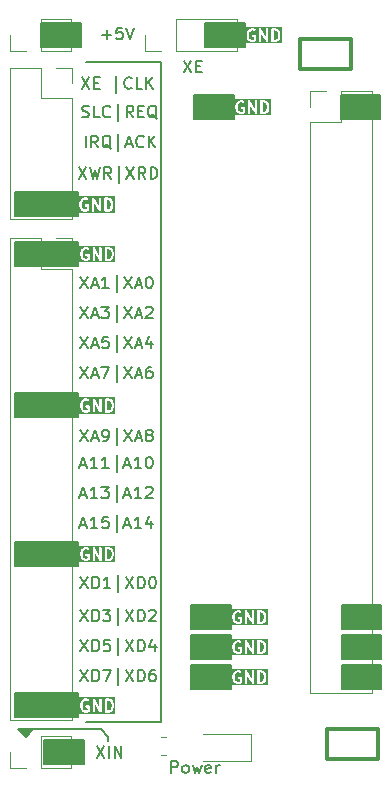
<source format=gbr>
%TF.GenerationSoftware,KiCad,Pcbnew,8.0.1*%
%TF.CreationDate,2024-04-12T14:48:39-05:00*%
%TF.ProjectId,Digilent Discovery LA Adapter,44696769-6c65-46e7-9420-446973636f76,1*%
%TF.SameCoordinates,Original*%
%TF.FileFunction,Legend,Top*%
%TF.FilePolarity,Positive*%
%FSLAX46Y46*%
G04 Gerber Fmt 4.6, Leading zero omitted, Abs format (unit mm)*
G04 Created by KiCad (PCBNEW 8.0.1) date 2024-04-12 14:48:39*
%MOMM*%
%LPD*%
G01*
G04 APERTURE LIST*
%ADD10C,0.300000*%
%ADD11C,0.150000*%
%ADD12C,0.200000*%
%ADD13C,0.120000*%
G04 APERTURE END LIST*
D10*
X160401000Y-60325000D02*
X164719000Y-60325000D01*
X164719000Y-62865000D01*
X160401000Y-62865000D01*
X160401000Y-60325000D01*
X162687000Y-118745000D02*
X167005000Y-118745000D01*
X167005000Y-121285000D01*
X162687000Y-121285000D01*
X162687000Y-118745000D01*
D11*
X144145000Y-119380000D02*
X144145000Y-119761000D01*
X143510000Y-118745000D02*
X144145000Y-119380000D01*
X142875000Y-118745000D02*
X143510000Y-118745000D01*
X137160000Y-119380000D02*
X136525000Y-118745000D01*
X137795000Y-118745000D01*
X137160000Y-119380000D01*
G36*
X137160000Y-119380000D02*
G01*
X136525000Y-118745000D01*
X137795000Y-118745000D01*
X137160000Y-119380000D01*
G37*
D12*
X143149435Y-120152219D02*
X143816101Y-121152219D01*
X143816101Y-120152219D02*
X143149435Y-121152219D01*
X144197054Y-121152219D02*
X144197054Y-120152219D01*
X144673244Y-121152219D02*
X144673244Y-120152219D01*
X144673244Y-120152219D02*
X145244672Y-121152219D01*
X145244672Y-121152219D02*
X145244672Y-120152219D01*
D11*
X137160000Y-118745000D02*
X142875000Y-118745000D01*
X137160000Y-119380000D02*
X137160000Y-118745000D01*
X148590000Y-118110000D02*
X142240000Y-118110000D01*
X148590000Y-62230000D02*
X148590000Y-118110000D01*
X142240000Y-62230000D02*
X148590000Y-62230000D01*
X138430000Y-58928000D02*
X141859000Y-58928000D01*
X141859000Y-60960000D01*
X138430000Y-60960000D01*
X138430000Y-58928000D01*
G36*
X138430000Y-58928000D02*
G01*
X141859000Y-58928000D01*
X141859000Y-60960000D01*
X138430000Y-60960000D01*
X138430000Y-58928000D01*
G37*
X138684000Y-119634000D02*
X142113000Y-119634000D01*
X142113000Y-121666000D01*
X138684000Y-121666000D01*
X138684000Y-119634000D01*
G36*
X138684000Y-119634000D02*
G01*
X142113000Y-119634000D01*
X142113000Y-121666000D01*
X138684000Y-121666000D01*
X138684000Y-119634000D01*
G37*
X136271000Y-115697000D02*
X141605000Y-115697000D01*
X141605000Y-117729000D01*
X136271000Y-117729000D01*
X136271000Y-115697000D01*
G36*
X136271000Y-115697000D02*
G01*
X141605000Y-115697000D01*
X141605000Y-117729000D01*
X136271000Y-117729000D01*
X136271000Y-115697000D01*
G37*
D12*
G36*
X144284051Y-116348198D02*
G01*
X144351192Y-116413685D01*
X144386812Y-116482289D01*
X144430291Y-116649856D01*
X144431697Y-116768664D01*
X144391457Y-116935936D01*
X144355535Y-117010606D01*
X144288226Y-117079614D01*
X144185044Y-117115307D01*
X144058605Y-117116250D01*
X144057094Y-116314485D01*
X144176206Y-116313597D01*
X144284051Y-116348198D01*
G37*
G36*
X144741331Y-117426330D02*
G01*
X141652443Y-117426330D01*
X141652443Y-116643790D01*
X141763554Y-116643790D01*
X141765181Y-116781363D01*
X141763672Y-116791508D01*
X141765443Y-116803486D01*
X141765475Y-116806156D01*
X141766039Y-116807519D01*
X141766540Y-116810901D01*
X141814044Y-116993980D01*
X141814724Y-117003536D01*
X141820315Y-117018148D01*
X141820754Y-117019837D01*
X141821184Y-117020417D01*
X141821730Y-117021844D01*
X141871066Y-117116866D01*
X141875644Y-117127918D01*
X141878802Y-117131766D01*
X141879792Y-117133672D01*
X141881786Y-117135401D01*
X141888081Y-117143071D01*
X141974026Y-117226902D01*
X141975031Y-117228912D01*
X141984555Y-117237172D01*
X141998472Y-117250747D01*
X142001791Y-117252122D01*
X142004507Y-117254477D01*
X142022407Y-117262468D01*
X142165491Y-117308374D01*
X142177378Y-117313298D01*
X142182370Y-117313789D01*
X142184379Y-117314434D01*
X142187013Y-117314246D01*
X142196887Y-117315219D01*
X142293029Y-117313609D01*
X142304632Y-117314434D01*
X142309468Y-117313334D01*
X142311634Y-117313298D01*
X142314076Y-117312286D01*
X142323748Y-117310087D01*
X142452125Y-117265678D01*
X142454492Y-117265678D01*
X142466484Y-117260710D01*
X142484505Y-117254477D01*
X142487220Y-117252122D01*
X142490540Y-117250747D01*
X142505693Y-117238310D01*
X142565749Y-117175537D01*
X142580680Y-117139488D01*
X142582601Y-117119980D01*
X142580680Y-116767138D01*
X142565748Y-116731090D01*
X142538158Y-116703500D01*
X142502110Y-116688568D01*
X142482601Y-116686647D01*
X142272616Y-116688568D01*
X142236568Y-116703500D01*
X142208978Y-116731090D01*
X142194046Y-116767138D01*
X142194046Y-116806156D01*
X142208978Y-116842204D01*
X142236568Y-116869794D01*
X142272616Y-116884726D01*
X142292125Y-116886647D01*
X142383140Y-116885814D01*
X142384188Y-117078224D01*
X142382559Y-117079927D01*
X142279948Y-117115422D01*
X142216461Y-117116485D01*
X142109721Y-117082240D01*
X142042582Y-117016752D01*
X142006961Y-116948145D01*
X141963482Y-116780580D01*
X141962076Y-116661773D01*
X142002316Y-116494500D01*
X142038238Y-116419830D01*
X142105545Y-116350824D01*
X142208884Y-116315077D01*
X142314085Y-116313832D01*
X142408569Y-116359287D01*
X142447489Y-116362053D01*
X142484505Y-116349714D01*
X142513982Y-116324149D01*
X142531431Y-116289251D01*
X142534196Y-116250331D01*
X142522493Y-116215219D01*
X142811173Y-116215219D01*
X142813094Y-117234728D01*
X142828026Y-117270776D01*
X142855616Y-117298366D01*
X142891664Y-117313298D01*
X142930682Y-117313298D01*
X142966730Y-117298366D01*
X142994320Y-117270776D01*
X143009252Y-117234728D01*
X143011173Y-117215219D01*
X143009992Y-116588475D01*
X143394490Y-117258793D01*
X143399454Y-117270776D01*
X143403933Y-117275255D01*
X143407124Y-117280818D01*
X143417640Y-117288962D01*
X143427044Y-117298366D01*
X143432931Y-117300804D01*
X143437973Y-117304709D01*
X143450805Y-117308208D01*
X143463092Y-117313298D01*
X143469468Y-117313298D01*
X143475617Y-117314975D01*
X143488810Y-117313298D01*
X143502110Y-117313298D01*
X143507998Y-117310858D01*
X143514323Y-117310055D01*
X143525872Y-117303454D01*
X143538158Y-117298366D01*
X143542665Y-117293858D01*
X143548200Y-117290696D01*
X143556344Y-117280179D01*
X143565748Y-117270776D01*
X143568186Y-117264888D01*
X143572091Y-117259847D01*
X143575590Y-117247014D01*
X143580680Y-117234728D01*
X143581662Y-117224750D01*
X143582357Y-117222204D01*
X143582106Y-117220236D01*
X143582601Y-117215219D01*
X143580717Y-116215219D01*
X143858792Y-116215219D01*
X143860713Y-117234728D01*
X143875645Y-117270776D01*
X143903235Y-117298366D01*
X143939283Y-117313298D01*
X143958792Y-117315219D01*
X144195592Y-117313453D01*
X144209394Y-117314434D01*
X144214321Y-117313313D01*
X144216396Y-117313298D01*
X144218838Y-117312286D01*
X144228510Y-117310087D01*
X144356887Y-117265678D01*
X144359254Y-117265678D01*
X144371246Y-117260710D01*
X144389267Y-117254477D01*
X144391982Y-117252122D01*
X144395302Y-117250747D01*
X144410455Y-117238310D01*
X144504472Y-117141920D01*
X144513982Y-117133673D01*
X144516648Y-117129437D01*
X144518130Y-117127918D01*
X144519141Y-117125476D01*
X144524425Y-117117082D01*
X144567853Y-117026810D01*
X144573020Y-117019837D01*
X144578248Y-117005202D01*
X144579050Y-117003536D01*
X144579101Y-117002815D01*
X144579615Y-117001377D01*
X144624194Y-116816064D01*
X144628299Y-116806156D01*
X144629491Y-116794046D01*
X144630102Y-116791508D01*
X144629884Y-116790049D01*
X144630220Y-116786647D01*
X144628592Y-116649073D01*
X144630102Y-116638929D01*
X144628330Y-116626950D01*
X144628299Y-116624281D01*
X144627734Y-116622917D01*
X144627234Y-116619536D01*
X144579729Y-116436456D01*
X144579050Y-116426901D01*
X144573457Y-116412285D01*
X144573020Y-116410600D01*
X144572590Y-116410020D01*
X144572044Y-116408592D01*
X144522701Y-116313558D01*
X144518129Y-116302519D01*
X144514973Y-116298674D01*
X144513982Y-116296764D01*
X144511984Y-116295031D01*
X144505693Y-116287365D01*
X144419748Y-116203536D01*
X144418743Y-116201526D01*
X144409213Y-116193260D01*
X144395301Y-116179691D01*
X144391982Y-116178316D01*
X144389267Y-116175961D01*
X144371366Y-116167970D01*
X144228286Y-116122065D01*
X144216396Y-116117140D01*
X144211402Y-116116648D01*
X144209394Y-116116004D01*
X144206760Y-116116191D01*
X144196887Y-116115219D01*
X143939283Y-116117140D01*
X143903235Y-116132072D01*
X143875645Y-116159662D01*
X143860713Y-116195710D01*
X143858792Y-116215219D01*
X143580717Y-116215219D01*
X143580680Y-116195710D01*
X143565748Y-116159662D01*
X143538158Y-116132072D01*
X143502110Y-116117140D01*
X143463092Y-116117140D01*
X143427044Y-116132072D01*
X143399454Y-116159662D01*
X143384522Y-116195710D01*
X143382601Y-116215219D01*
X143383781Y-116841962D01*
X142999283Y-116171644D01*
X142994320Y-116159662D01*
X142989840Y-116155182D01*
X142986650Y-116149620D01*
X142976135Y-116141477D01*
X142966730Y-116132072D01*
X142960839Y-116129632D01*
X142955801Y-116125730D01*
X142942972Y-116122231D01*
X142930682Y-116117140D01*
X142924307Y-116117140D01*
X142918158Y-116115463D01*
X142904965Y-116117140D01*
X142891664Y-116117140D01*
X142885775Y-116119579D01*
X142879451Y-116120383D01*
X142867901Y-116126983D01*
X142855616Y-116132072D01*
X142851108Y-116136579D01*
X142845574Y-116139742D01*
X142837431Y-116150256D01*
X142828026Y-116159662D01*
X142825586Y-116165552D01*
X142821684Y-116170591D01*
X142818185Y-116183419D01*
X142813094Y-116195710D01*
X142812111Y-116205687D01*
X142811417Y-116208234D01*
X142811667Y-116210201D01*
X142811173Y-116215219D01*
X142522493Y-116215219D01*
X142521858Y-116213315D01*
X142496293Y-116183838D01*
X142479703Y-116173395D01*
X142396685Y-116133456D01*
X142395301Y-116132072D01*
X142384551Y-116127619D01*
X142366157Y-116118770D01*
X142362573Y-116118515D01*
X142359253Y-116117140D01*
X142339744Y-116115219D01*
X142197083Y-116116906D01*
X142184379Y-116116004D01*
X142179493Y-116117114D01*
X142177378Y-116117140D01*
X142174936Y-116118151D01*
X142165264Y-116120351D01*
X142036890Y-116164759D01*
X142034521Y-116164759D01*
X142022524Y-116169728D01*
X142004507Y-116175961D01*
X142001791Y-116178316D01*
X141998473Y-116179691D01*
X141983319Y-116192127D01*
X141889302Y-116288516D01*
X141879792Y-116296765D01*
X141877125Y-116301001D01*
X141875645Y-116302519D01*
X141874634Y-116304958D01*
X141869349Y-116313355D01*
X141825920Y-116403626D01*
X141820754Y-116410600D01*
X141815526Y-116425232D01*
X141814724Y-116426901D01*
X141814672Y-116427623D01*
X141814159Y-116429061D01*
X141769579Y-116614371D01*
X141765475Y-116624281D01*
X141764282Y-116636390D01*
X141763672Y-116638929D01*
X141763889Y-116640387D01*
X141763554Y-116643790D01*
X141652443Y-116643790D01*
X141652443Y-116004108D01*
X144741331Y-116004108D01*
X144741331Y-117426330D01*
G37*
D11*
X136271000Y-102870000D02*
X141605000Y-102870000D01*
X141605000Y-104902000D01*
X136271000Y-104902000D01*
X136271000Y-102870000D01*
G36*
X136271000Y-102870000D02*
G01*
X141605000Y-102870000D01*
X141605000Y-104902000D01*
X136271000Y-104902000D01*
X136271000Y-102870000D01*
G37*
D12*
G36*
X144284051Y-103521198D02*
G01*
X144351192Y-103586685D01*
X144386812Y-103655289D01*
X144430291Y-103822856D01*
X144431697Y-103941664D01*
X144391457Y-104108936D01*
X144355535Y-104183606D01*
X144288226Y-104252614D01*
X144185044Y-104288307D01*
X144058605Y-104289250D01*
X144057094Y-103487485D01*
X144176206Y-103486597D01*
X144284051Y-103521198D01*
G37*
G36*
X144741331Y-104599330D02*
G01*
X141652443Y-104599330D01*
X141652443Y-103816790D01*
X141763554Y-103816790D01*
X141765181Y-103954363D01*
X141763672Y-103964508D01*
X141765443Y-103976486D01*
X141765475Y-103979156D01*
X141766039Y-103980519D01*
X141766540Y-103983901D01*
X141814044Y-104166980D01*
X141814724Y-104176536D01*
X141820315Y-104191148D01*
X141820754Y-104192837D01*
X141821184Y-104193417D01*
X141821730Y-104194844D01*
X141871066Y-104289866D01*
X141875644Y-104300918D01*
X141878802Y-104304766D01*
X141879792Y-104306672D01*
X141881786Y-104308401D01*
X141888081Y-104316071D01*
X141974026Y-104399902D01*
X141975031Y-104401912D01*
X141984555Y-104410172D01*
X141998472Y-104423747D01*
X142001791Y-104425122D01*
X142004507Y-104427477D01*
X142022407Y-104435468D01*
X142165491Y-104481374D01*
X142177378Y-104486298D01*
X142182370Y-104486789D01*
X142184379Y-104487434D01*
X142187013Y-104487246D01*
X142196887Y-104488219D01*
X142293029Y-104486609D01*
X142304632Y-104487434D01*
X142309468Y-104486334D01*
X142311634Y-104486298D01*
X142314076Y-104485286D01*
X142323748Y-104483087D01*
X142452125Y-104438678D01*
X142454492Y-104438678D01*
X142466484Y-104433710D01*
X142484505Y-104427477D01*
X142487220Y-104425122D01*
X142490540Y-104423747D01*
X142505693Y-104411310D01*
X142565749Y-104348537D01*
X142580680Y-104312488D01*
X142582601Y-104292980D01*
X142580680Y-103940138D01*
X142565748Y-103904090D01*
X142538158Y-103876500D01*
X142502110Y-103861568D01*
X142482601Y-103859647D01*
X142272616Y-103861568D01*
X142236568Y-103876500D01*
X142208978Y-103904090D01*
X142194046Y-103940138D01*
X142194046Y-103979156D01*
X142208978Y-104015204D01*
X142236568Y-104042794D01*
X142272616Y-104057726D01*
X142292125Y-104059647D01*
X142383140Y-104058814D01*
X142384188Y-104251224D01*
X142382559Y-104252927D01*
X142279948Y-104288422D01*
X142216461Y-104289485D01*
X142109721Y-104255240D01*
X142042582Y-104189752D01*
X142006961Y-104121145D01*
X141963482Y-103953580D01*
X141962076Y-103834773D01*
X142002316Y-103667500D01*
X142038238Y-103592830D01*
X142105545Y-103523824D01*
X142208884Y-103488077D01*
X142314085Y-103486832D01*
X142408569Y-103532287D01*
X142447489Y-103535053D01*
X142484505Y-103522714D01*
X142513982Y-103497149D01*
X142531431Y-103462251D01*
X142534196Y-103423331D01*
X142522493Y-103388219D01*
X142811173Y-103388219D01*
X142813094Y-104407728D01*
X142828026Y-104443776D01*
X142855616Y-104471366D01*
X142891664Y-104486298D01*
X142930682Y-104486298D01*
X142966730Y-104471366D01*
X142994320Y-104443776D01*
X143009252Y-104407728D01*
X143011173Y-104388219D01*
X143009992Y-103761475D01*
X143394490Y-104431793D01*
X143399454Y-104443776D01*
X143403933Y-104448255D01*
X143407124Y-104453818D01*
X143417640Y-104461962D01*
X143427044Y-104471366D01*
X143432931Y-104473804D01*
X143437973Y-104477709D01*
X143450805Y-104481208D01*
X143463092Y-104486298D01*
X143469468Y-104486298D01*
X143475617Y-104487975D01*
X143488810Y-104486298D01*
X143502110Y-104486298D01*
X143507998Y-104483858D01*
X143514323Y-104483055D01*
X143525872Y-104476454D01*
X143538158Y-104471366D01*
X143542665Y-104466858D01*
X143548200Y-104463696D01*
X143556344Y-104453179D01*
X143565748Y-104443776D01*
X143568186Y-104437888D01*
X143572091Y-104432847D01*
X143575590Y-104420014D01*
X143580680Y-104407728D01*
X143581662Y-104397750D01*
X143582357Y-104395204D01*
X143582106Y-104393236D01*
X143582601Y-104388219D01*
X143580717Y-103388219D01*
X143858792Y-103388219D01*
X143860713Y-104407728D01*
X143875645Y-104443776D01*
X143903235Y-104471366D01*
X143939283Y-104486298D01*
X143958792Y-104488219D01*
X144195592Y-104486453D01*
X144209394Y-104487434D01*
X144214321Y-104486313D01*
X144216396Y-104486298D01*
X144218838Y-104485286D01*
X144228510Y-104483087D01*
X144356887Y-104438678D01*
X144359254Y-104438678D01*
X144371246Y-104433710D01*
X144389267Y-104427477D01*
X144391982Y-104425122D01*
X144395302Y-104423747D01*
X144410455Y-104411310D01*
X144504472Y-104314920D01*
X144513982Y-104306673D01*
X144516648Y-104302437D01*
X144518130Y-104300918D01*
X144519141Y-104298476D01*
X144524425Y-104290082D01*
X144567853Y-104199810D01*
X144573020Y-104192837D01*
X144578248Y-104178202D01*
X144579050Y-104176536D01*
X144579101Y-104175815D01*
X144579615Y-104174377D01*
X144624194Y-103989064D01*
X144628299Y-103979156D01*
X144629491Y-103967046D01*
X144630102Y-103964508D01*
X144629884Y-103963049D01*
X144630220Y-103959647D01*
X144628592Y-103822073D01*
X144630102Y-103811929D01*
X144628330Y-103799950D01*
X144628299Y-103797281D01*
X144627734Y-103795917D01*
X144627234Y-103792536D01*
X144579729Y-103609456D01*
X144579050Y-103599901D01*
X144573457Y-103585285D01*
X144573020Y-103583600D01*
X144572590Y-103583020D01*
X144572044Y-103581592D01*
X144522701Y-103486558D01*
X144518129Y-103475519D01*
X144514973Y-103471674D01*
X144513982Y-103469764D01*
X144511984Y-103468031D01*
X144505693Y-103460365D01*
X144419748Y-103376536D01*
X144418743Y-103374526D01*
X144409213Y-103366260D01*
X144395301Y-103352691D01*
X144391982Y-103351316D01*
X144389267Y-103348961D01*
X144371366Y-103340970D01*
X144228286Y-103295065D01*
X144216396Y-103290140D01*
X144211402Y-103289648D01*
X144209394Y-103289004D01*
X144206760Y-103289191D01*
X144196887Y-103288219D01*
X143939283Y-103290140D01*
X143903235Y-103305072D01*
X143875645Y-103332662D01*
X143860713Y-103368710D01*
X143858792Y-103388219D01*
X143580717Y-103388219D01*
X143580680Y-103368710D01*
X143565748Y-103332662D01*
X143538158Y-103305072D01*
X143502110Y-103290140D01*
X143463092Y-103290140D01*
X143427044Y-103305072D01*
X143399454Y-103332662D01*
X143384522Y-103368710D01*
X143382601Y-103388219D01*
X143383781Y-104014962D01*
X142999283Y-103344644D01*
X142994320Y-103332662D01*
X142989840Y-103328182D01*
X142986650Y-103322620D01*
X142976135Y-103314477D01*
X142966730Y-103305072D01*
X142960839Y-103302632D01*
X142955801Y-103298730D01*
X142942972Y-103295231D01*
X142930682Y-103290140D01*
X142924307Y-103290140D01*
X142918158Y-103288463D01*
X142904965Y-103290140D01*
X142891664Y-103290140D01*
X142885775Y-103292579D01*
X142879451Y-103293383D01*
X142867901Y-103299983D01*
X142855616Y-103305072D01*
X142851108Y-103309579D01*
X142845574Y-103312742D01*
X142837431Y-103323256D01*
X142828026Y-103332662D01*
X142825586Y-103338552D01*
X142821684Y-103343591D01*
X142818185Y-103356419D01*
X142813094Y-103368710D01*
X142812111Y-103378687D01*
X142811417Y-103381234D01*
X142811667Y-103383201D01*
X142811173Y-103388219D01*
X142522493Y-103388219D01*
X142521858Y-103386315D01*
X142496293Y-103356838D01*
X142479703Y-103346395D01*
X142396685Y-103306456D01*
X142395301Y-103305072D01*
X142384551Y-103300619D01*
X142366157Y-103291770D01*
X142362573Y-103291515D01*
X142359253Y-103290140D01*
X142339744Y-103288219D01*
X142197083Y-103289906D01*
X142184379Y-103289004D01*
X142179493Y-103290114D01*
X142177378Y-103290140D01*
X142174936Y-103291151D01*
X142165264Y-103293351D01*
X142036890Y-103337759D01*
X142034521Y-103337759D01*
X142022524Y-103342728D01*
X142004507Y-103348961D01*
X142001791Y-103351316D01*
X141998473Y-103352691D01*
X141983319Y-103365127D01*
X141889302Y-103461516D01*
X141879792Y-103469765D01*
X141877125Y-103474001D01*
X141875645Y-103475519D01*
X141874634Y-103477958D01*
X141869349Y-103486355D01*
X141825920Y-103576626D01*
X141820754Y-103583600D01*
X141815526Y-103598232D01*
X141814724Y-103599901D01*
X141814672Y-103600623D01*
X141814159Y-103602061D01*
X141769579Y-103787371D01*
X141765475Y-103797281D01*
X141764282Y-103809390D01*
X141763672Y-103811929D01*
X141763889Y-103813387D01*
X141763554Y-103816790D01*
X141652443Y-103816790D01*
X141652443Y-103177108D01*
X144741331Y-103177108D01*
X144741331Y-104599330D01*
G37*
D11*
X136271000Y-90297000D02*
X141605000Y-90297000D01*
X141605000Y-92329000D01*
X136271000Y-92329000D01*
X136271000Y-90297000D01*
G36*
X136271000Y-90297000D02*
G01*
X141605000Y-90297000D01*
X141605000Y-92329000D01*
X136271000Y-92329000D01*
X136271000Y-90297000D01*
G37*
D12*
G36*
X144284051Y-90948198D02*
G01*
X144351192Y-91013685D01*
X144386812Y-91082289D01*
X144430291Y-91249856D01*
X144431697Y-91368664D01*
X144391457Y-91535936D01*
X144355535Y-91610606D01*
X144288226Y-91679614D01*
X144185044Y-91715307D01*
X144058605Y-91716250D01*
X144057094Y-90914485D01*
X144176206Y-90913597D01*
X144284051Y-90948198D01*
G37*
G36*
X144741331Y-92026330D02*
G01*
X141652443Y-92026330D01*
X141652443Y-91243790D01*
X141763554Y-91243790D01*
X141765181Y-91381363D01*
X141763672Y-91391508D01*
X141765443Y-91403486D01*
X141765475Y-91406156D01*
X141766039Y-91407519D01*
X141766540Y-91410901D01*
X141814044Y-91593980D01*
X141814724Y-91603536D01*
X141820315Y-91618148D01*
X141820754Y-91619837D01*
X141821184Y-91620417D01*
X141821730Y-91621844D01*
X141871066Y-91716866D01*
X141875644Y-91727918D01*
X141878802Y-91731766D01*
X141879792Y-91733672D01*
X141881786Y-91735401D01*
X141888081Y-91743071D01*
X141974026Y-91826902D01*
X141975031Y-91828912D01*
X141984555Y-91837172D01*
X141998472Y-91850747D01*
X142001791Y-91852122D01*
X142004507Y-91854477D01*
X142022407Y-91862468D01*
X142165491Y-91908374D01*
X142177378Y-91913298D01*
X142182370Y-91913789D01*
X142184379Y-91914434D01*
X142187013Y-91914246D01*
X142196887Y-91915219D01*
X142293029Y-91913609D01*
X142304632Y-91914434D01*
X142309468Y-91913334D01*
X142311634Y-91913298D01*
X142314076Y-91912286D01*
X142323748Y-91910087D01*
X142452125Y-91865678D01*
X142454492Y-91865678D01*
X142466484Y-91860710D01*
X142484505Y-91854477D01*
X142487220Y-91852122D01*
X142490540Y-91850747D01*
X142505693Y-91838310D01*
X142565749Y-91775537D01*
X142580680Y-91739488D01*
X142582601Y-91719980D01*
X142580680Y-91367138D01*
X142565748Y-91331090D01*
X142538158Y-91303500D01*
X142502110Y-91288568D01*
X142482601Y-91286647D01*
X142272616Y-91288568D01*
X142236568Y-91303500D01*
X142208978Y-91331090D01*
X142194046Y-91367138D01*
X142194046Y-91406156D01*
X142208978Y-91442204D01*
X142236568Y-91469794D01*
X142272616Y-91484726D01*
X142292125Y-91486647D01*
X142383140Y-91485814D01*
X142384188Y-91678224D01*
X142382559Y-91679927D01*
X142279948Y-91715422D01*
X142216461Y-91716485D01*
X142109721Y-91682240D01*
X142042582Y-91616752D01*
X142006961Y-91548145D01*
X141963482Y-91380580D01*
X141962076Y-91261773D01*
X142002316Y-91094500D01*
X142038238Y-91019830D01*
X142105545Y-90950824D01*
X142208884Y-90915077D01*
X142314085Y-90913832D01*
X142408569Y-90959287D01*
X142447489Y-90962053D01*
X142484505Y-90949714D01*
X142513982Y-90924149D01*
X142531431Y-90889251D01*
X142534196Y-90850331D01*
X142522493Y-90815219D01*
X142811173Y-90815219D01*
X142813094Y-91834728D01*
X142828026Y-91870776D01*
X142855616Y-91898366D01*
X142891664Y-91913298D01*
X142930682Y-91913298D01*
X142966730Y-91898366D01*
X142994320Y-91870776D01*
X143009252Y-91834728D01*
X143011173Y-91815219D01*
X143009992Y-91188475D01*
X143394490Y-91858793D01*
X143399454Y-91870776D01*
X143403933Y-91875255D01*
X143407124Y-91880818D01*
X143417640Y-91888962D01*
X143427044Y-91898366D01*
X143432931Y-91900804D01*
X143437973Y-91904709D01*
X143450805Y-91908208D01*
X143463092Y-91913298D01*
X143469468Y-91913298D01*
X143475617Y-91914975D01*
X143488810Y-91913298D01*
X143502110Y-91913298D01*
X143507998Y-91910858D01*
X143514323Y-91910055D01*
X143525872Y-91903454D01*
X143538158Y-91898366D01*
X143542665Y-91893858D01*
X143548200Y-91890696D01*
X143556344Y-91880179D01*
X143565748Y-91870776D01*
X143568186Y-91864888D01*
X143572091Y-91859847D01*
X143575590Y-91847014D01*
X143580680Y-91834728D01*
X143581662Y-91824750D01*
X143582357Y-91822204D01*
X143582106Y-91820236D01*
X143582601Y-91815219D01*
X143580717Y-90815219D01*
X143858792Y-90815219D01*
X143860713Y-91834728D01*
X143875645Y-91870776D01*
X143903235Y-91898366D01*
X143939283Y-91913298D01*
X143958792Y-91915219D01*
X144195592Y-91913453D01*
X144209394Y-91914434D01*
X144214321Y-91913313D01*
X144216396Y-91913298D01*
X144218838Y-91912286D01*
X144228510Y-91910087D01*
X144356887Y-91865678D01*
X144359254Y-91865678D01*
X144371246Y-91860710D01*
X144389267Y-91854477D01*
X144391982Y-91852122D01*
X144395302Y-91850747D01*
X144410455Y-91838310D01*
X144504472Y-91741920D01*
X144513982Y-91733673D01*
X144516648Y-91729437D01*
X144518130Y-91727918D01*
X144519141Y-91725476D01*
X144524425Y-91717082D01*
X144567853Y-91626810D01*
X144573020Y-91619837D01*
X144578248Y-91605202D01*
X144579050Y-91603536D01*
X144579101Y-91602815D01*
X144579615Y-91601377D01*
X144624194Y-91416064D01*
X144628299Y-91406156D01*
X144629491Y-91394046D01*
X144630102Y-91391508D01*
X144629884Y-91390049D01*
X144630220Y-91386647D01*
X144628592Y-91249073D01*
X144630102Y-91238929D01*
X144628330Y-91226950D01*
X144628299Y-91224281D01*
X144627734Y-91222917D01*
X144627234Y-91219536D01*
X144579729Y-91036456D01*
X144579050Y-91026901D01*
X144573457Y-91012285D01*
X144573020Y-91010600D01*
X144572590Y-91010020D01*
X144572044Y-91008592D01*
X144522701Y-90913558D01*
X144518129Y-90902519D01*
X144514973Y-90898674D01*
X144513982Y-90896764D01*
X144511984Y-90895031D01*
X144505693Y-90887365D01*
X144419748Y-90803536D01*
X144418743Y-90801526D01*
X144409213Y-90793260D01*
X144395301Y-90779691D01*
X144391982Y-90778316D01*
X144389267Y-90775961D01*
X144371366Y-90767970D01*
X144228286Y-90722065D01*
X144216396Y-90717140D01*
X144211402Y-90716648D01*
X144209394Y-90716004D01*
X144206760Y-90716191D01*
X144196887Y-90715219D01*
X143939283Y-90717140D01*
X143903235Y-90732072D01*
X143875645Y-90759662D01*
X143860713Y-90795710D01*
X143858792Y-90815219D01*
X143580717Y-90815219D01*
X143580680Y-90795710D01*
X143565748Y-90759662D01*
X143538158Y-90732072D01*
X143502110Y-90717140D01*
X143463092Y-90717140D01*
X143427044Y-90732072D01*
X143399454Y-90759662D01*
X143384522Y-90795710D01*
X143382601Y-90815219D01*
X143383781Y-91441962D01*
X142999283Y-90771644D01*
X142994320Y-90759662D01*
X142989840Y-90755182D01*
X142986650Y-90749620D01*
X142976135Y-90741477D01*
X142966730Y-90732072D01*
X142960839Y-90729632D01*
X142955801Y-90725730D01*
X142942972Y-90722231D01*
X142930682Y-90717140D01*
X142924307Y-90717140D01*
X142918158Y-90715463D01*
X142904965Y-90717140D01*
X142891664Y-90717140D01*
X142885775Y-90719579D01*
X142879451Y-90720383D01*
X142867901Y-90726983D01*
X142855616Y-90732072D01*
X142851108Y-90736579D01*
X142845574Y-90739742D01*
X142837431Y-90750256D01*
X142828026Y-90759662D01*
X142825586Y-90765552D01*
X142821684Y-90770591D01*
X142818185Y-90783419D01*
X142813094Y-90795710D01*
X142812111Y-90805687D01*
X142811417Y-90808234D01*
X142811667Y-90810201D01*
X142811173Y-90815219D01*
X142522493Y-90815219D01*
X142521858Y-90813315D01*
X142496293Y-90783838D01*
X142479703Y-90773395D01*
X142396685Y-90733456D01*
X142395301Y-90732072D01*
X142384551Y-90727619D01*
X142366157Y-90718770D01*
X142362573Y-90718515D01*
X142359253Y-90717140D01*
X142339744Y-90715219D01*
X142197083Y-90716906D01*
X142184379Y-90716004D01*
X142179493Y-90717114D01*
X142177378Y-90717140D01*
X142174936Y-90718151D01*
X142165264Y-90720351D01*
X142036890Y-90764759D01*
X142034521Y-90764759D01*
X142022524Y-90769728D01*
X142004507Y-90775961D01*
X142001791Y-90778316D01*
X141998473Y-90779691D01*
X141983319Y-90792127D01*
X141889302Y-90888516D01*
X141879792Y-90896765D01*
X141877125Y-90901001D01*
X141875645Y-90902519D01*
X141874634Y-90904958D01*
X141869349Y-90913355D01*
X141825920Y-91003626D01*
X141820754Y-91010600D01*
X141815526Y-91025232D01*
X141814724Y-91026901D01*
X141814672Y-91027623D01*
X141814159Y-91029061D01*
X141769579Y-91214371D01*
X141765475Y-91224281D01*
X141764282Y-91236390D01*
X141763672Y-91238929D01*
X141763889Y-91240387D01*
X141763554Y-91243790D01*
X141652443Y-91243790D01*
X141652443Y-90604108D01*
X144741331Y-90604108D01*
X144741331Y-92026330D01*
G37*
D11*
X136271000Y-77470000D02*
X141605000Y-77470000D01*
X141605000Y-79502000D01*
X136271000Y-79502000D01*
X136271000Y-77470000D01*
G36*
X136271000Y-77470000D02*
G01*
X141605000Y-77470000D01*
X141605000Y-79502000D01*
X136271000Y-79502000D01*
X136271000Y-77470000D01*
G37*
D12*
G36*
X144284051Y-78121198D02*
G01*
X144351192Y-78186685D01*
X144386812Y-78255289D01*
X144430291Y-78422856D01*
X144431697Y-78541664D01*
X144391457Y-78708936D01*
X144355535Y-78783606D01*
X144288226Y-78852614D01*
X144185044Y-78888307D01*
X144058605Y-78889250D01*
X144057094Y-78087485D01*
X144176206Y-78086597D01*
X144284051Y-78121198D01*
G37*
G36*
X144741331Y-79199330D02*
G01*
X141652443Y-79199330D01*
X141652443Y-78416790D01*
X141763554Y-78416790D01*
X141765181Y-78554363D01*
X141763672Y-78564508D01*
X141765443Y-78576486D01*
X141765475Y-78579156D01*
X141766039Y-78580519D01*
X141766540Y-78583901D01*
X141814044Y-78766980D01*
X141814724Y-78776536D01*
X141820315Y-78791148D01*
X141820754Y-78792837D01*
X141821184Y-78793417D01*
X141821730Y-78794844D01*
X141871066Y-78889866D01*
X141875644Y-78900918D01*
X141878802Y-78904766D01*
X141879792Y-78906672D01*
X141881786Y-78908401D01*
X141888081Y-78916071D01*
X141974026Y-78999902D01*
X141975031Y-79001912D01*
X141984555Y-79010172D01*
X141998472Y-79023747D01*
X142001791Y-79025122D01*
X142004507Y-79027477D01*
X142022407Y-79035468D01*
X142165491Y-79081374D01*
X142177378Y-79086298D01*
X142182370Y-79086789D01*
X142184379Y-79087434D01*
X142187013Y-79087246D01*
X142196887Y-79088219D01*
X142293029Y-79086609D01*
X142304632Y-79087434D01*
X142309468Y-79086334D01*
X142311634Y-79086298D01*
X142314076Y-79085286D01*
X142323748Y-79083087D01*
X142452125Y-79038678D01*
X142454492Y-79038678D01*
X142466484Y-79033710D01*
X142484505Y-79027477D01*
X142487220Y-79025122D01*
X142490540Y-79023747D01*
X142505693Y-79011310D01*
X142565749Y-78948537D01*
X142580680Y-78912488D01*
X142582601Y-78892980D01*
X142580680Y-78540138D01*
X142565748Y-78504090D01*
X142538158Y-78476500D01*
X142502110Y-78461568D01*
X142482601Y-78459647D01*
X142272616Y-78461568D01*
X142236568Y-78476500D01*
X142208978Y-78504090D01*
X142194046Y-78540138D01*
X142194046Y-78579156D01*
X142208978Y-78615204D01*
X142236568Y-78642794D01*
X142272616Y-78657726D01*
X142292125Y-78659647D01*
X142383140Y-78658814D01*
X142384188Y-78851224D01*
X142382559Y-78852927D01*
X142279948Y-78888422D01*
X142216461Y-78889485D01*
X142109721Y-78855240D01*
X142042582Y-78789752D01*
X142006961Y-78721145D01*
X141963482Y-78553580D01*
X141962076Y-78434773D01*
X142002316Y-78267500D01*
X142038238Y-78192830D01*
X142105545Y-78123824D01*
X142208884Y-78088077D01*
X142314085Y-78086832D01*
X142408569Y-78132287D01*
X142447489Y-78135053D01*
X142484505Y-78122714D01*
X142513982Y-78097149D01*
X142531431Y-78062251D01*
X142534196Y-78023331D01*
X142522493Y-77988219D01*
X142811173Y-77988219D01*
X142813094Y-79007728D01*
X142828026Y-79043776D01*
X142855616Y-79071366D01*
X142891664Y-79086298D01*
X142930682Y-79086298D01*
X142966730Y-79071366D01*
X142994320Y-79043776D01*
X143009252Y-79007728D01*
X143011173Y-78988219D01*
X143009992Y-78361475D01*
X143394490Y-79031793D01*
X143399454Y-79043776D01*
X143403933Y-79048255D01*
X143407124Y-79053818D01*
X143417640Y-79061962D01*
X143427044Y-79071366D01*
X143432931Y-79073804D01*
X143437973Y-79077709D01*
X143450805Y-79081208D01*
X143463092Y-79086298D01*
X143469468Y-79086298D01*
X143475617Y-79087975D01*
X143488810Y-79086298D01*
X143502110Y-79086298D01*
X143507998Y-79083858D01*
X143514323Y-79083055D01*
X143525872Y-79076454D01*
X143538158Y-79071366D01*
X143542665Y-79066858D01*
X143548200Y-79063696D01*
X143556344Y-79053179D01*
X143565748Y-79043776D01*
X143568186Y-79037888D01*
X143572091Y-79032847D01*
X143575590Y-79020014D01*
X143580680Y-79007728D01*
X143581662Y-78997750D01*
X143582357Y-78995204D01*
X143582106Y-78993236D01*
X143582601Y-78988219D01*
X143580717Y-77988219D01*
X143858792Y-77988219D01*
X143860713Y-79007728D01*
X143875645Y-79043776D01*
X143903235Y-79071366D01*
X143939283Y-79086298D01*
X143958792Y-79088219D01*
X144195592Y-79086453D01*
X144209394Y-79087434D01*
X144214321Y-79086313D01*
X144216396Y-79086298D01*
X144218838Y-79085286D01*
X144228510Y-79083087D01*
X144356887Y-79038678D01*
X144359254Y-79038678D01*
X144371246Y-79033710D01*
X144389267Y-79027477D01*
X144391982Y-79025122D01*
X144395302Y-79023747D01*
X144410455Y-79011310D01*
X144504472Y-78914920D01*
X144513982Y-78906673D01*
X144516648Y-78902437D01*
X144518130Y-78900918D01*
X144519141Y-78898476D01*
X144524425Y-78890082D01*
X144567853Y-78799810D01*
X144573020Y-78792837D01*
X144578248Y-78778202D01*
X144579050Y-78776536D01*
X144579101Y-78775815D01*
X144579615Y-78774377D01*
X144624194Y-78589064D01*
X144628299Y-78579156D01*
X144629491Y-78567046D01*
X144630102Y-78564508D01*
X144629884Y-78563049D01*
X144630220Y-78559647D01*
X144628592Y-78422073D01*
X144630102Y-78411929D01*
X144628330Y-78399950D01*
X144628299Y-78397281D01*
X144627734Y-78395917D01*
X144627234Y-78392536D01*
X144579729Y-78209456D01*
X144579050Y-78199901D01*
X144573457Y-78185285D01*
X144573020Y-78183600D01*
X144572590Y-78183020D01*
X144572044Y-78181592D01*
X144522701Y-78086558D01*
X144518129Y-78075519D01*
X144514973Y-78071674D01*
X144513982Y-78069764D01*
X144511984Y-78068031D01*
X144505693Y-78060365D01*
X144419748Y-77976536D01*
X144418743Y-77974526D01*
X144409213Y-77966260D01*
X144395301Y-77952691D01*
X144391982Y-77951316D01*
X144389267Y-77948961D01*
X144371366Y-77940970D01*
X144228286Y-77895065D01*
X144216396Y-77890140D01*
X144211402Y-77889648D01*
X144209394Y-77889004D01*
X144206760Y-77889191D01*
X144196887Y-77888219D01*
X143939283Y-77890140D01*
X143903235Y-77905072D01*
X143875645Y-77932662D01*
X143860713Y-77968710D01*
X143858792Y-77988219D01*
X143580717Y-77988219D01*
X143580680Y-77968710D01*
X143565748Y-77932662D01*
X143538158Y-77905072D01*
X143502110Y-77890140D01*
X143463092Y-77890140D01*
X143427044Y-77905072D01*
X143399454Y-77932662D01*
X143384522Y-77968710D01*
X143382601Y-77988219D01*
X143383781Y-78614962D01*
X142999283Y-77944644D01*
X142994320Y-77932662D01*
X142989840Y-77928182D01*
X142986650Y-77922620D01*
X142976135Y-77914477D01*
X142966730Y-77905072D01*
X142960839Y-77902632D01*
X142955801Y-77898730D01*
X142942972Y-77895231D01*
X142930682Y-77890140D01*
X142924307Y-77890140D01*
X142918158Y-77888463D01*
X142904965Y-77890140D01*
X142891664Y-77890140D01*
X142885775Y-77892579D01*
X142879451Y-77893383D01*
X142867901Y-77899983D01*
X142855616Y-77905072D01*
X142851108Y-77909579D01*
X142845574Y-77912742D01*
X142837431Y-77923256D01*
X142828026Y-77932662D01*
X142825586Y-77938552D01*
X142821684Y-77943591D01*
X142818185Y-77956419D01*
X142813094Y-77968710D01*
X142812111Y-77978687D01*
X142811417Y-77981234D01*
X142811667Y-77983201D01*
X142811173Y-77988219D01*
X142522493Y-77988219D01*
X142521858Y-77986315D01*
X142496293Y-77956838D01*
X142479703Y-77946395D01*
X142396685Y-77906456D01*
X142395301Y-77905072D01*
X142384551Y-77900619D01*
X142366157Y-77891770D01*
X142362573Y-77891515D01*
X142359253Y-77890140D01*
X142339744Y-77888219D01*
X142197083Y-77889906D01*
X142184379Y-77889004D01*
X142179493Y-77890114D01*
X142177378Y-77890140D01*
X142174936Y-77891151D01*
X142165264Y-77893351D01*
X142036890Y-77937759D01*
X142034521Y-77937759D01*
X142022524Y-77942728D01*
X142004507Y-77948961D01*
X142001791Y-77951316D01*
X141998473Y-77952691D01*
X141983319Y-77965127D01*
X141889302Y-78061516D01*
X141879792Y-78069765D01*
X141877125Y-78074001D01*
X141875645Y-78075519D01*
X141874634Y-78077958D01*
X141869349Y-78086355D01*
X141825920Y-78176626D01*
X141820754Y-78183600D01*
X141815526Y-78198232D01*
X141814724Y-78199901D01*
X141814672Y-78200623D01*
X141814159Y-78202061D01*
X141769579Y-78387371D01*
X141765475Y-78397281D01*
X141764282Y-78409390D01*
X141763672Y-78411929D01*
X141763889Y-78413387D01*
X141763554Y-78416790D01*
X141652443Y-78416790D01*
X141652443Y-77777108D01*
X144741331Y-77777108D01*
X144741331Y-79199330D01*
G37*
G36*
X144220551Y-73930198D02*
G01*
X144287692Y-73995685D01*
X144323312Y-74064289D01*
X144366791Y-74231856D01*
X144368197Y-74350664D01*
X144327957Y-74517936D01*
X144292035Y-74592606D01*
X144224726Y-74661614D01*
X144121544Y-74697307D01*
X143995105Y-74698250D01*
X143993594Y-73896485D01*
X144112706Y-73895597D01*
X144220551Y-73930198D01*
G37*
G36*
X144677831Y-75008330D02*
G01*
X141588943Y-75008330D01*
X141588943Y-74225790D01*
X141700054Y-74225790D01*
X141701681Y-74363363D01*
X141700172Y-74373508D01*
X141701943Y-74385486D01*
X141701975Y-74388156D01*
X141702539Y-74389519D01*
X141703040Y-74392901D01*
X141750544Y-74575980D01*
X141751224Y-74585536D01*
X141756815Y-74600148D01*
X141757254Y-74601837D01*
X141757684Y-74602417D01*
X141758230Y-74603844D01*
X141807566Y-74698866D01*
X141812144Y-74709918D01*
X141815302Y-74713766D01*
X141816292Y-74715672D01*
X141818286Y-74717401D01*
X141824581Y-74725071D01*
X141910526Y-74808902D01*
X141911531Y-74810912D01*
X141921055Y-74819172D01*
X141934972Y-74832747D01*
X141938291Y-74834122D01*
X141941007Y-74836477D01*
X141958907Y-74844468D01*
X142101991Y-74890374D01*
X142113878Y-74895298D01*
X142118870Y-74895789D01*
X142120879Y-74896434D01*
X142123513Y-74896246D01*
X142133387Y-74897219D01*
X142229529Y-74895609D01*
X142241132Y-74896434D01*
X142245968Y-74895334D01*
X142248134Y-74895298D01*
X142250576Y-74894286D01*
X142260248Y-74892087D01*
X142388625Y-74847678D01*
X142390992Y-74847678D01*
X142402984Y-74842710D01*
X142421005Y-74836477D01*
X142423720Y-74834122D01*
X142427040Y-74832747D01*
X142442193Y-74820310D01*
X142502249Y-74757537D01*
X142517180Y-74721488D01*
X142519101Y-74701980D01*
X142517180Y-74349138D01*
X142502248Y-74313090D01*
X142474658Y-74285500D01*
X142438610Y-74270568D01*
X142419101Y-74268647D01*
X142209116Y-74270568D01*
X142173068Y-74285500D01*
X142145478Y-74313090D01*
X142130546Y-74349138D01*
X142130546Y-74388156D01*
X142145478Y-74424204D01*
X142173068Y-74451794D01*
X142209116Y-74466726D01*
X142228625Y-74468647D01*
X142319640Y-74467814D01*
X142320688Y-74660224D01*
X142319059Y-74661927D01*
X142216448Y-74697422D01*
X142152961Y-74698485D01*
X142046221Y-74664240D01*
X141979082Y-74598752D01*
X141943461Y-74530145D01*
X141899982Y-74362580D01*
X141898576Y-74243773D01*
X141938816Y-74076500D01*
X141974738Y-74001830D01*
X142042045Y-73932824D01*
X142145384Y-73897077D01*
X142250585Y-73895832D01*
X142345069Y-73941287D01*
X142383989Y-73944053D01*
X142421005Y-73931714D01*
X142450482Y-73906149D01*
X142467931Y-73871251D01*
X142470696Y-73832331D01*
X142458993Y-73797219D01*
X142747673Y-73797219D01*
X142749594Y-74816728D01*
X142764526Y-74852776D01*
X142792116Y-74880366D01*
X142828164Y-74895298D01*
X142867182Y-74895298D01*
X142903230Y-74880366D01*
X142930820Y-74852776D01*
X142945752Y-74816728D01*
X142947673Y-74797219D01*
X142946492Y-74170475D01*
X143330990Y-74840793D01*
X143335954Y-74852776D01*
X143340433Y-74857255D01*
X143343624Y-74862818D01*
X143354140Y-74870962D01*
X143363544Y-74880366D01*
X143369431Y-74882804D01*
X143374473Y-74886709D01*
X143387305Y-74890208D01*
X143399592Y-74895298D01*
X143405968Y-74895298D01*
X143412117Y-74896975D01*
X143425310Y-74895298D01*
X143438610Y-74895298D01*
X143444498Y-74892858D01*
X143450823Y-74892055D01*
X143462372Y-74885454D01*
X143474658Y-74880366D01*
X143479165Y-74875858D01*
X143484700Y-74872696D01*
X143492844Y-74862179D01*
X143502248Y-74852776D01*
X143504686Y-74846888D01*
X143508591Y-74841847D01*
X143512090Y-74829014D01*
X143517180Y-74816728D01*
X143518162Y-74806750D01*
X143518857Y-74804204D01*
X143518606Y-74802236D01*
X143519101Y-74797219D01*
X143517217Y-73797219D01*
X143795292Y-73797219D01*
X143797213Y-74816728D01*
X143812145Y-74852776D01*
X143839735Y-74880366D01*
X143875783Y-74895298D01*
X143895292Y-74897219D01*
X144132092Y-74895453D01*
X144145894Y-74896434D01*
X144150821Y-74895313D01*
X144152896Y-74895298D01*
X144155338Y-74894286D01*
X144165010Y-74892087D01*
X144293387Y-74847678D01*
X144295754Y-74847678D01*
X144307746Y-74842710D01*
X144325767Y-74836477D01*
X144328482Y-74834122D01*
X144331802Y-74832747D01*
X144346955Y-74820310D01*
X144440972Y-74723920D01*
X144450482Y-74715673D01*
X144453148Y-74711437D01*
X144454630Y-74709918D01*
X144455641Y-74707476D01*
X144460925Y-74699082D01*
X144504353Y-74608810D01*
X144509520Y-74601837D01*
X144514748Y-74587202D01*
X144515550Y-74585536D01*
X144515601Y-74584815D01*
X144516115Y-74583377D01*
X144560694Y-74398064D01*
X144564799Y-74388156D01*
X144565991Y-74376046D01*
X144566602Y-74373508D01*
X144566384Y-74372049D01*
X144566720Y-74368647D01*
X144565092Y-74231073D01*
X144566602Y-74220929D01*
X144564830Y-74208950D01*
X144564799Y-74206281D01*
X144564234Y-74204917D01*
X144563734Y-74201536D01*
X144516229Y-74018456D01*
X144515550Y-74008901D01*
X144509957Y-73994285D01*
X144509520Y-73992600D01*
X144509090Y-73992020D01*
X144508544Y-73990592D01*
X144459201Y-73895558D01*
X144454629Y-73884519D01*
X144451473Y-73880674D01*
X144450482Y-73878764D01*
X144448484Y-73877031D01*
X144442193Y-73869365D01*
X144356248Y-73785536D01*
X144355243Y-73783526D01*
X144345713Y-73775260D01*
X144331801Y-73761691D01*
X144328482Y-73760316D01*
X144325767Y-73757961D01*
X144307866Y-73749970D01*
X144164786Y-73704065D01*
X144152896Y-73699140D01*
X144147902Y-73698648D01*
X144145894Y-73698004D01*
X144143260Y-73698191D01*
X144133387Y-73697219D01*
X143875783Y-73699140D01*
X143839735Y-73714072D01*
X143812145Y-73741662D01*
X143797213Y-73777710D01*
X143795292Y-73797219D01*
X143517217Y-73797219D01*
X143517180Y-73777710D01*
X143502248Y-73741662D01*
X143474658Y-73714072D01*
X143438610Y-73699140D01*
X143399592Y-73699140D01*
X143363544Y-73714072D01*
X143335954Y-73741662D01*
X143321022Y-73777710D01*
X143319101Y-73797219D01*
X143320281Y-74423962D01*
X142935783Y-73753644D01*
X142930820Y-73741662D01*
X142926340Y-73737182D01*
X142923150Y-73731620D01*
X142912635Y-73723477D01*
X142903230Y-73714072D01*
X142897339Y-73711632D01*
X142892301Y-73707730D01*
X142879472Y-73704231D01*
X142867182Y-73699140D01*
X142860807Y-73699140D01*
X142854658Y-73697463D01*
X142841465Y-73699140D01*
X142828164Y-73699140D01*
X142822275Y-73701579D01*
X142815951Y-73702383D01*
X142804401Y-73708983D01*
X142792116Y-73714072D01*
X142787608Y-73718579D01*
X142782074Y-73721742D01*
X142773931Y-73732256D01*
X142764526Y-73741662D01*
X142762086Y-73747552D01*
X142758184Y-73752591D01*
X142754685Y-73765419D01*
X142749594Y-73777710D01*
X142748611Y-73787687D01*
X142747917Y-73790234D01*
X142748167Y-73792201D01*
X142747673Y-73797219D01*
X142458993Y-73797219D01*
X142458358Y-73795315D01*
X142432793Y-73765838D01*
X142416203Y-73755395D01*
X142333185Y-73715456D01*
X142331801Y-73714072D01*
X142321051Y-73709619D01*
X142302657Y-73700770D01*
X142299073Y-73700515D01*
X142295753Y-73699140D01*
X142276244Y-73697219D01*
X142133583Y-73698906D01*
X142120879Y-73698004D01*
X142115993Y-73699114D01*
X142113878Y-73699140D01*
X142111436Y-73700151D01*
X142101764Y-73702351D01*
X141973390Y-73746759D01*
X141971021Y-73746759D01*
X141959024Y-73751728D01*
X141941007Y-73757961D01*
X141938291Y-73760316D01*
X141934973Y-73761691D01*
X141919819Y-73774127D01*
X141825802Y-73870516D01*
X141816292Y-73878765D01*
X141813625Y-73883001D01*
X141812145Y-73884519D01*
X141811134Y-73886958D01*
X141805849Y-73895355D01*
X141762420Y-73985626D01*
X141757254Y-73992600D01*
X141752026Y-74007232D01*
X141751224Y-74008901D01*
X141751172Y-74009623D01*
X141750659Y-74011061D01*
X141706079Y-74196371D01*
X141701975Y-74206281D01*
X141700782Y-74218390D01*
X141700172Y-74220929D01*
X141700389Y-74222387D01*
X141700054Y-74225790D01*
X141588943Y-74225790D01*
X141588943Y-73586108D01*
X144677831Y-73586108D01*
X144677831Y-75008330D01*
G37*
D11*
X136207500Y-73279000D02*
X141541500Y-73279000D01*
X141541500Y-75311000D01*
X136207500Y-75311000D01*
X136207500Y-73279000D01*
G36*
X136207500Y-73279000D02*
G01*
X141541500Y-73279000D01*
X141541500Y-75311000D01*
X136207500Y-75311000D01*
X136207500Y-73279000D01*
G37*
D12*
X141625435Y-71130219D02*
X142292101Y-72130219D01*
X142292101Y-71130219D02*
X141625435Y-72130219D01*
X142577816Y-71130219D02*
X142815911Y-72130219D01*
X142815911Y-72130219D02*
X143006387Y-71415933D01*
X143006387Y-71415933D02*
X143196863Y-72130219D01*
X143196863Y-72130219D02*
X143434959Y-71130219D01*
X144387339Y-72130219D02*
X144054006Y-71654028D01*
X143815911Y-72130219D02*
X143815911Y-71130219D01*
X143815911Y-71130219D02*
X144196863Y-71130219D01*
X144196863Y-71130219D02*
X144292101Y-71177838D01*
X144292101Y-71177838D02*
X144339720Y-71225457D01*
X144339720Y-71225457D02*
X144387339Y-71320695D01*
X144387339Y-71320695D02*
X144387339Y-71463552D01*
X144387339Y-71463552D02*
X144339720Y-71558790D01*
X144339720Y-71558790D02*
X144292101Y-71606409D01*
X144292101Y-71606409D02*
X144196863Y-71654028D01*
X144196863Y-71654028D02*
X143815911Y-71654028D01*
X145054006Y-72463552D02*
X145054006Y-71034980D01*
X145673054Y-71130219D02*
X146339720Y-72130219D01*
X146339720Y-71130219D02*
X145673054Y-72130219D01*
X147292101Y-72130219D02*
X146958768Y-71654028D01*
X146720673Y-72130219D02*
X146720673Y-71130219D01*
X146720673Y-71130219D02*
X147101625Y-71130219D01*
X147101625Y-71130219D02*
X147196863Y-71177838D01*
X147196863Y-71177838D02*
X147244482Y-71225457D01*
X147244482Y-71225457D02*
X147292101Y-71320695D01*
X147292101Y-71320695D02*
X147292101Y-71463552D01*
X147292101Y-71463552D02*
X147244482Y-71558790D01*
X147244482Y-71558790D02*
X147196863Y-71606409D01*
X147196863Y-71606409D02*
X147101625Y-71654028D01*
X147101625Y-71654028D02*
X146720673Y-71654028D01*
X147720673Y-72130219D02*
X147720673Y-71130219D01*
X147720673Y-71130219D02*
X147958768Y-71130219D01*
X147958768Y-71130219D02*
X148101625Y-71177838D01*
X148101625Y-71177838D02*
X148196863Y-71273076D01*
X148196863Y-71273076D02*
X148244482Y-71368314D01*
X148244482Y-71368314D02*
X148292101Y-71558790D01*
X148292101Y-71558790D02*
X148292101Y-71701647D01*
X148292101Y-71701647D02*
X148244482Y-71892123D01*
X148244482Y-71892123D02*
X148196863Y-71987361D01*
X148196863Y-71987361D02*
X148101625Y-72082600D01*
X148101625Y-72082600D02*
X147958768Y-72130219D01*
X147958768Y-72130219D02*
X147720673Y-72130219D01*
X142228673Y-69463219D02*
X142228673Y-68463219D01*
X143276291Y-69463219D02*
X142942958Y-68987028D01*
X142704863Y-69463219D02*
X142704863Y-68463219D01*
X142704863Y-68463219D02*
X143085815Y-68463219D01*
X143085815Y-68463219D02*
X143181053Y-68510838D01*
X143181053Y-68510838D02*
X143228672Y-68558457D01*
X143228672Y-68558457D02*
X143276291Y-68653695D01*
X143276291Y-68653695D02*
X143276291Y-68796552D01*
X143276291Y-68796552D02*
X143228672Y-68891790D01*
X143228672Y-68891790D02*
X143181053Y-68939409D01*
X143181053Y-68939409D02*
X143085815Y-68987028D01*
X143085815Y-68987028D02*
X142704863Y-68987028D01*
X144371529Y-69558457D02*
X144276291Y-69510838D01*
X144276291Y-69510838D02*
X144181053Y-69415600D01*
X144181053Y-69415600D02*
X144038196Y-69272742D01*
X144038196Y-69272742D02*
X143942958Y-69225123D01*
X143942958Y-69225123D02*
X143847720Y-69225123D01*
X143895339Y-69463219D02*
X143800101Y-69415600D01*
X143800101Y-69415600D02*
X143704863Y-69320361D01*
X143704863Y-69320361D02*
X143657244Y-69129885D01*
X143657244Y-69129885D02*
X143657244Y-68796552D01*
X143657244Y-68796552D02*
X143704863Y-68606076D01*
X143704863Y-68606076D02*
X143800101Y-68510838D01*
X143800101Y-68510838D02*
X143895339Y-68463219D01*
X143895339Y-68463219D02*
X144085815Y-68463219D01*
X144085815Y-68463219D02*
X144181053Y-68510838D01*
X144181053Y-68510838D02*
X144276291Y-68606076D01*
X144276291Y-68606076D02*
X144323910Y-68796552D01*
X144323910Y-68796552D02*
X144323910Y-69129885D01*
X144323910Y-69129885D02*
X144276291Y-69320361D01*
X144276291Y-69320361D02*
X144181053Y-69415600D01*
X144181053Y-69415600D02*
X144085815Y-69463219D01*
X144085815Y-69463219D02*
X143895339Y-69463219D01*
X144990577Y-69796552D02*
X144990577Y-68367980D01*
X145657244Y-69177504D02*
X146133434Y-69177504D01*
X145562006Y-69463219D02*
X145895339Y-68463219D01*
X145895339Y-68463219D02*
X146228672Y-69463219D01*
X147133434Y-69367980D02*
X147085815Y-69415600D01*
X147085815Y-69415600D02*
X146942958Y-69463219D01*
X146942958Y-69463219D02*
X146847720Y-69463219D01*
X146847720Y-69463219D02*
X146704863Y-69415600D01*
X146704863Y-69415600D02*
X146609625Y-69320361D01*
X146609625Y-69320361D02*
X146562006Y-69225123D01*
X146562006Y-69225123D02*
X146514387Y-69034647D01*
X146514387Y-69034647D02*
X146514387Y-68891790D01*
X146514387Y-68891790D02*
X146562006Y-68701314D01*
X146562006Y-68701314D02*
X146609625Y-68606076D01*
X146609625Y-68606076D02*
X146704863Y-68510838D01*
X146704863Y-68510838D02*
X146847720Y-68463219D01*
X146847720Y-68463219D02*
X146942958Y-68463219D01*
X146942958Y-68463219D02*
X147085815Y-68510838D01*
X147085815Y-68510838D02*
X147133434Y-68558457D01*
X147562006Y-69463219D02*
X147562006Y-68463219D01*
X148133434Y-69463219D02*
X147704863Y-68891790D01*
X148133434Y-68463219D02*
X147562006Y-69034647D01*
X141927054Y-66875600D02*
X142069911Y-66923219D01*
X142069911Y-66923219D02*
X142308006Y-66923219D01*
X142308006Y-66923219D02*
X142403244Y-66875600D01*
X142403244Y-66875600D02*
X142450863Y-66827980D01*
X142450863Y-66827980D02*
X142498482Y-66732742D01*
X142498482Y-66732742D02*
X142498482Y-66637504D01*
X142498482Y-66637504D02*
X142450863Y-66542266D01*
X142450863Y-66542266D02*
X142403244Y-66494647D01*
X142403244Y-66494647D02*
X142308006Y-66447028D01*
X142308006Y-66447028D02*
X142117530Y-66399409D01*
X142117530Y-66399409D02*
X142022292Y-66351790D01*
X142022292Y-66351790D02*
X141974673Y-66304171D01*
X141974673Y-66304171D02*
X141927054Y-66208933D01*
X141927054Y-66208933D02*
X141927054Y-66113695D01*
X141927054Y-66113695D02*
X141974673Y-66018457D01*
X141974673Y-66018457D02*
X142022292Y-65970838D01*
X142022292Y-65970838D02*
X142117530Y-65923219D01*
X142117530Y-65923219D02*
X142355625Y-65923219D01*
X142355625Y-65923219D02*
X142498482Y-65970838D01*
X143403244Y-66923219D02*
X142927054Y-66923219D01*
X142927054Y-66923219D02*
X142927054Y-65923219D01*
X144308006Y-66827980D02*
X144260387Y-66875600D01*
X144260387Y-66875600D02*
X144117530Y-66923219D01*
X144117530Y-66923219D02*
X144022292Y-66923219D01*
X144022292Y-66923219D02*
X143879435Y-66875600D01*
X143879435Y-66875600D02*
X143784197Y-66780361D01*
X143784197Y-66780361D02*
X143736578Y-66685123D01*
X143736578Y-66685123D02*
X143688959Y-66494647D01*
X143688959Y-66494647D02*
X143688959Y-66351790D01*
X143688959Y-66351790D02*
X143736578Y-66161314D01*
X143736578Y-66161314D02*
X143784197Y-66066076D01*
X143784197Y-66066076D02*
X143879435Y-65970838D01*
X143879435Y-65970838D02*
X144022292Y-65923219D01*
X144022292Y-65923219D02*
X144117530Y-65923219D01*
X144117530Y-65923219D02*
X144260387Y-65970838D01*
X144260387Y-65970838D02*
X144308006Y-66018457D01*
X144974673Y-67256552D02*
X144974673Y-65827980D01*
X146260387Y-66923219D02*
X145927054Y-66447028D01*
X145688959Y-66923219D02*
X145688959Y-65923219D01*
X145688959Y-65923219D02*
X146069911Y-65923219D01*
X146069911Y-65923219D02*
X146165149Y-65970838D01*
X146165149Y-65970838D02*
X146212768Y-66018457D01*
X146212768Y-66018457D02*
X146260387Y-66113695D01*
X146260387Y-66113695D02*
X146260387Y-66256552D01*
X146260387Y-66256552D02*
X146212768Y-66351790D01*
X146212768Y-66351790D02*
X146165149Y-66399409D01*
X146165149Y-66399409D02*
X146069911Y-66447028D01*
X146069911Y-66447028D02*
X145688959Y-66447028D01*
X146688959Y-66399409D02*
X147022292Y-66399409D01*
X147165149Y-66923219D02*
X146688959Y-66923219D01*
X146688959Y-66923219D02*
X146688959Y-65923219D01*
X146688959Y-65923219D02*
X147165149Y-65923219D01*
X148260387Y-67018457D02*
X148165149Y-66970838D01*
X148165149Y-66970838D02*
X148069911Y-66875600D01*
X148069911Y-66875600D02*
X147927054Y-66732742D01*
X147927054Y-66732742D02*
X147831816Y-66685123D01*
X147831816Y-66685123D02*
X147736578Y-66685123D01*
X147784197Y-66923219D02*
X147688959Y-66875600D01*
X147688959Y-66875600D02*
X147593721Y-66780361D01*
X147593721Y-66780361D02*
X147546102Y-66589885D01*
X147546102Y-66589885D02*
X147546102Y-66256552D01*
X147546102Y-66256552D02*
X147593721Y-66066076D01*
X147593721Y-66066076D02*
X147688959Y-65970838D01*
X147688959Y-65970838D02*
X147784197Y-65923219D01*
X147784197Y-65923219D02*
X147974673Y-65923219D01*
X147974673Y-65923219D02*
X148069911Y-65970838D01*
X148069911Y-65970838D02*
X148165149Y-66066076D01*
X148165149Y-66066076D02*
X148212768Y-66256552D01*
X148212768Y-66256552D02*
X148212768Y-66589885D01*
X148212768Y-66589885D02*
X148165149Y-66780361D01*
X148165149Y-66780361D02*
X148069911Y-66875600D01*
X148069911Y-66875600D02*
X147974673Y-66923219D01*
X147974673Y-66923219D02*
X147784197Y-66923219D01*
X141879435Y-63510219D02*
X142546101Y-64510219D01*
X142546101Y-63510219D02*
X141879435Y-64510219D01*
X142927054Y-63986409D02*
X143260387Y-63986409D01*
X143403244Y-64510219D02*
X142927054Y-64510219D01*
X142927054Y-64510219D02*
X142927054Y-63510219D01*
X142927054Y-63510219D02*
X143403244Y-63510219D01*
X144831816Y-64843552D02*
X144831816Y-63414980D01*
X146117530Y-64414980D02*
X146069911Y-64462600D01*
X146069911Y-64462600D02*
X145927054Y-64510219D01*
X145927054Y-64510219D02*
X145831816Y-64510219D01*
X145831816Y-64510219D02*
X145688959Y-64462600D01*
X145688959Y-64462600D02*
X145593721Y-64367361D01*
X145593721Y-64367361D02*
X145546102Y-64272123D01*
X145546102Y-64272123D02*
X145498483Y-64081647D01*
X145498483Y-64081647D02*
X145498483Y-63938790D01*
X145498483Y-63938790D02*
X145546102Y-63748314D01*
X145546102Y-63748314D02*
X145593721Y-63653076D01*
X145593721Y-63653076D02*
X145688959Y-63557838D01*
X145688959Y-63557838D02*
X145831816Y-63510219D01*
X145831816Y-63510219D02*
X145927054Y-63510219D01*
X145927054Y-63510219D02*
X146069911Y-63557838D01*
X146069911Y-63557838D02*
X146117530Y-63605457D01*
X147022292Y-64510219D02*
X146546102Y-64510219D01*
X146546102Y-64510219D02*
X146546102Y-63510219D01*
X147355626Y-64510219D02*
X147355626Y-63510219D01*
X147927054Y-64510219D02*
X147498483Y-63938790D01*
X147927054Y-63510219D02*
X147355626Y-64081647D01*
X141752435Y-113675219D02*
X142419101Y-114675219D01*
X142419101Y-113675219D02*
X141752435Y-114675219D01*
X142800054Y-114675219D02*
X142800054Y-113675219D01*
X142800054Y-113675219D02*
X143038149Y-113675219D01*
X143038149Y-113675219D02*
X143181006Y-113722838D01*
X143181006Y-113722838D02*
X143276244Y-113818076D01*
X143276244Y-113818076D02*
X143323863Y-113913314D01*
X143323863Y-113913314D02*
X143371482Y-114103790D01*
X143371482Y-114103790D02*
X143371482Y-114246647D01*
X143371482Y-114246647D02*
X143323863Y-114437123D01*
X143323863Y-114437123D02*
X143276244Y-114532361D01*
X143276244Y-114532361D02*
X143181006Y-114627600D01*
X143181006Y-114627600D02*
X143038149Y-114675219D01*
X143038149Y-114675219D02*
X142800054Y-114675219D01*
X143704816Y-113675219D02*
X144371482Y-113675219D01*
X144371482Y-113675219D02*
X143942911Y-114675219D01*
X144990530Y-115008552D02*
X144990530Y-113579980D01*
X145609578Y-113675219D02*
X146276244Y-114675219D01*
X146276244Y-113675219D02*
X145609578Y-114675219D01*
X146657197Y-114675219D02*
X146657197Y-113675219D01*
X146657197Y-113675219D02*
X146895292Y-113675219D01*
X146895292Y-113675219D02*
X147038149Y-113722838D01*
X147038149Y-113722838D02*
X147133387Y-113818076D01*
X147133387Y-113818076D02*
X147181006Y-113913314D01*
X147181006Y-113913314D02*
X147228625Y-114103790D01*
X147228625Y-114103790D02*
X147228625Y-114246647D01*
X147228625Y-114246647D02*
X147181006Y-114437123D01*
X147181006Y-114437123D02*
X147133387Y-114532361D01*
X147133387Y-114532361D02*
X147038149Y-114627600D01*
X147038149Y-114627600D02*
X146895292Y-114675219D01*
X146895292Y-114675219D02*
X146657197Y-114675219D01*
X148085768Y-113675219D02*
X147895292Y-113675219D01*
X147895292Y-113675219D02*
X147800054Y-113722838D01*
X147800054Y-113722838D02*
X147752435Y-113770457D01*
X147752435Y-113770457D02*
X147657197Y-113913314D01*
X147657197Y-113913314D02*
X147609578Y-114103790D01*
X147609578Y-114103790D02*
X147609578Y-114484742D01*
X147609578Y-114484742D02*
X147657197Y-114579980D01*
X147657197Y-114579980D02*
X147704816Y-114627600D01*
X147704816Y-114627600D02*
X147800054Y-114675219D01*
X147800054Y-114675219D02*
X147990530Y-114675219D01*
X147990530Y-114675219D02*
X148085768Y-114627600D01*
X148085768Y-114627600D02*
X148133387Y-114579980D01*
X148133387Y-114579980D02*
X148181006Y-114484742D01*
X148181006Y-114484742D02*
X148181006Y-114246647D01*
X148181006Y-114246647D02*
X148133387Y-114151409D01*
X148133387Y-114151409D02*
X148085768Y-114103790D01*
X148085768Y-114103790D02*
X147990530Y-114056171D01*
X147990530Y-114056171D02*
X147800054Y-114056171D01*
X147800054Y-114056171D02*
X147704816Y-114103790D01*
X147704816Y-114103790D02*
X147657197Y-114151409D01*
X147657197Y-114151409D02*
X147609578Y-114246647D01*
X141752435Y-111135219D02*
X142419101Y-112135219D01*
X142419101Y-111135219D02*
X141752435Y-112135219D01*
X142800054Y-112135219D02*
X142800054Y-111135219D01*
X142800054Y-111135219D02*
X143038149Y-111135219D01*
X143038149Y-111135219D02*
X143181006Y-111182838D01*
X143181006Y-111182838D02*
X143276244Y-111278076D01*
X143276244Y-111278076D02*
X143323863Y-111373314D01*
X143323863Y-111373314D02*
X143371482Y-111563790D01*
X143371482Y-111563790D02*
X143371482Y-111706647D01*
X143371482Y-111706647D02*
X143323863Y-111897123D01*
X143323863Y-111897123D02*
X143276244Y-111992361D01*
X143276244Y-111992361D02*
X143181006Y-112087600D01*
X143181006Y-112087600D02*
X143038149Y-112135219D01*
X143038149Y-112135219D02*
X142800054Y-112135219D01*
X144276244Y-111135219D02*
X143800054Y-111135219D01*
X143800054Y-111135219D02*
X143752435Y-111611409D01*
X143752435Y-111611409D02*
X143800054Y-111563790D01*
X143800054Y-111563790D02*
X143895292Y-111516171D01*
X143895292Y-111516171D02*
X144133387Y-111516171D01*
X144133387Y-111516171D02*
X144228625Y-111563790D01*
X144228625Y-111563790D02*
X144276244Y-111611409D01*
X144276244Y-111611409D02*
X144323863Y-111706647D01*
X144323863Y-111706647D02*
X144323863Y-111944742D01*
X144323863Y-111944742D02*
X144276244Y-112039980D01*
X144276244Y-112039980D02*
X144228625Y-112087600D01*
X144228625Y-112087600D02*
X144133387Y-112135219D01*
X144133387Y-112135219D02*
X143895292Y-112135219D01*
X143895292Y-112135219D02*
X143800054Y-112087600D01*
X143800054Y-112087600D02*
X143752435Y-112039980D01*
X144990530Y-112468552D02*
X144990530Y-111039980D01*
X145609578Y-111135219D02*
X146276244Y-112135219D01*
X146276244Y-111135219D02*
X145609578Y-112135219D01*
X146657197Y-112135219D02*
X146657197Y-111135219D01*
X146657197Y-111135219D02*
X146895292Y-111135219D01*
X146895292Y-111135219D02*
X147038149Y-111182838D01*
X147038149Y-111182838D02*
X147133387Y-111278076D01*
X147133387Y-111278076D02*
X147181006Y-111373314D01*
X147181006Y-111373314D02*
X147228625Y-111563790D01*
X147228625Y-111563790D02*
X147228625Y-111706647D01*
X147228625Y-111706647D02*
X147181006Y-111897123D01*
X147181006Y-111897123D02*
X147133387Y-111992361D01*
X147133387Y-111992361D02*
X147038149Y-112087600D01*
X147038149Y-112087600D02*
X146895292Y-112135219D01*
X146895292Y-112135219D02*
X146657197Y-112135219D01*
X148085768Y-111468552D02*
X148085768Y-112135219D01*
X147847673Y-111087600D02*
X147609578Y-111801885D01*
X147609578Y-111801885D02*
X148228625Y-111801885D01*
X141752435Y-108595219D02*
X142419101Y-109595219D01*
X142419101Y-108595219D02*
X141752435Y-109595219D01*
X142800054Y-109595219D02*
X142800054Y-108595219D01*
X142800054Y-108595219D02*
X143038149Y-108595219D01*
X143038149Y-108595219D02*
X143181006Y-108642838D01*
X143181006Y-108642838D02*
X143276244Y-108738076D01*
X143276244Y-108738076D02*
X143323863Y-108833314D01*
X143323863Y-108833314D02*
X143371482Y-109023790D01*
X143371482Y-109023790D02*
X143371482Y-109166647D01*
X143371482Y-109166647D02*
X143323863Y-109357123D01*
X143323863Y-109357123D02*
X143276244Y-109452361D01*
X143276244Y-109452361D02*
X143181006Y-109547600D01*
X143181006Y-109547600D02*
X143038149Y-109595219D01*
X143038149Y-109595219D02*
X142800054Y-109595219D01*
X143704816Y-108595219D02*
X144323863Y-108595219D01*
X144323863Y-108595219D02*
X143990530Y-108976171D01*
X143990530Y-108976171D02*
X144133387Y-108976171D01*
X144133387Y-108976171D02*
X144228625Y-109023790D01*
X144228625Y-109023790D02*
X144276244Y-109071409D01*
X144276244Y-109071409D02*
X144323863Y-109166647D01*
X144323863Y-109166647D02*
X144323863Y-109404742D01*
X144323863Y-109404742D02*
X144276244Y-109499980D01*
X144276244Y-109499980D02*
X144228625Y-109547600D01*
X144228625Y-109547600D02*
X144133387Y-109595219D01*
X144133387Y-109595219D02*
X143847673Y-109595219D01*
X143847673Y-109595219D02*
X143752435Y-109547600D01*
X143752435Y-109547600D02*
X143704816Y-109499980D01*
X144990530Y-109928552D02*
X144990530Y-108499980D01*
X145609578Y-108595219D02*
X146276244Y-109595219D01*
X146276244Y-108595219D02*
X145609578Y-109595219D01*
X146657197Y-109595219D02*
X146657197Y-108595219D01*
X146657197Y-108595219D02*
X146895292Y-108595219D01*
X146895292Y-108595219D02*
X147038149Y-108642838D01*
X147038149Y-108642838D02*
X147133387Y-108738076D01*
X147133387Y-108738076D02*
X147181006Y-108833314D01*
X147181006Y-108833314D02*
X147228625Y-109023790D01*
X147228625Y-109023790D02*
X147228625Y-109166647D01*
X147228625Y-109166647D02*
X147181006Y-109357123D01*
X147181006Y-109357123D02*
X147133387Y-109452361D01*
X147133387Y-109452361D02*
X147038149Y-109547600D01*
X147038149Y-109547600D02*
X146895292Y-109595219D01*
X146895292Y-109595219D02*
X146657197Y-109595219D01*
X147609578Y-108690457D02*
X147657197Y-108642838D01*
X147657197Y-108642838D02*
X147752435Y-108595219D01*
X147752435Y-108595219D02*
X147990530Y-108595219D01*
X147990530Y-108595219D02*
X148085768Y-108642838D01*
X148085768Y-108642838D02*
X148133387Y-108690457D01*
X148133387Y-108690457D02*
X148181006Y-108785695D01*
X148181006Y-108785695D02*
X148181006Y-108880933D01*
X148181006Y-108880933D02*
X148133387Y-109023790D01*
X148133387Y-109023790D02*
X147561959Y-109595219D01*
X147561959Y-109595219D02*
X148181006Y-109595219D01*
X141752435Y-105801219D02*
X142419101Y-106801219D01*
X142419101Y-105801219D02*
X141752435Y-106801219D01*
X142800054Y-106801219D02*
X142800054Y-105801219D01*
X142800054Y-105801219D02*
X143038149Y-105801219D01*
X143038149Y-105801219D02*
X143181006Y-105848838D01*
X143181006Y-105848838D02*
X143276244Y-105944076D01*
X143276244Y-105944076D02*
X143323863Y-106039314D01*
X143323863Y-106039314D02*
X143371482Y-106229790D01*
X143371482Y-106229790D02*
X143371482Y-106372647D01*
X143371482Y-106372647D02*
X143323863Y-106563123D01*
X143323863Y-106563123D02*
X143276244Y-106658361D01*
X143276244Y-106658361D02*
X143181006Y-106753600D01*
X143181006Y-106753600D02*
X143038149Y-106801219D01*
X143038149Y-106801219D02*
X142800054Y-106801219D01*
X144323863Y-106801219D02*
X143752435Y-106801219D01*
X144038149Y-106801219D02*
X144038149Y-105801219D01*
X144038149Y-105801219D02*
X143942911Y-105944076D01*
X143942911Y-105944076D02*
X143847673Y-106039314D01*
X143847673Y-106039314D02*
X143752435Y-106086933D01*
X144990530Y-107134552D02*
X144990530Y-105705980D01*
X145609578Y-105801219D02*
X146276244Y-106801219D01*
X146276244Y-105801219D02*
X145609578Y-106801219D01*
X146657197Y-106801219D02*
X146657197Y-105801219D01*
X146657197Y-105801219D02*
X146895292Y-105801219D01*
X146895292Y-105801219D02*
X147038149Y-105848838D01*
X147038149Y-105848838D02*
X147133387Y-105944076D01*
X147133387Y-105944076D02*
X147181006Y-106039314D01*
X147181006Y-106039314D02*
X147228625Y-106229790D01*
X147228625Y-106229790D02*
X147228625Y-106372647D01*
X147228625Y-106372647D02*
X147181006Y-106563123D01*
X147181006Y-106563123D02*
X147133387Y-106658361D01*
X147133387Y-106658361D02*
X147038149Y-106753600D01*
X147038149Y-106753600D02*
X146895292Y-106801219D01*
X146895292Y-106801219D02*
X146657197Y-106801219D01*
X147847673Y-105801219D02*
X147942911Y-105801219D01*
X147942911Y-105801219D02*
X148038149Y-105848838D01*
X148038149Y-105848838D02*
X148085768Y-105896457D01*
X148085768Y-105896457D02*
X148133387Y-105991695D01*
X148133387Y-105991695D02*
X148181006Y-106182171D01*
X148181006Y-106182171D02*
X148181006Y-106420266D01*
X148181006Y-106420266D02*
X148133387Y-106610742D01*
X148133387Y-106610742D02*
X148085768Y-106705980D01*
X148085768Y-106705980D02*
X148038149Y-106753600D01*
X148038149Y-106753600D02*
X147942911Y-106801219D01*
X147942911Y-106801219D02*
X147847673Y-106801219D01*
X147847673Y-106801219D02*
X147752435Y-106753600D01*
X147752435Y-106753600D02*
X147704816Y-106705980D01*
X147704816Y-106705980D02*
X147657197Y-106610742D01*
X147657197Y-106610742D02*
X147609578Y-106420266D01*
X147609578Y-106420266D02*
X147609578Y-106182171D01*
X147609578Y-106182171D02*
X147657197Y-105991695D01*
X147657197Y-105991695D02*
X147704816Y-105896457D01*
X147704816Y-105896457D02*
X147752435Y-105848838D01*
X147752435Y-105848838D02*
X147847673Y-105801219D01*
X141800054Y-101435504D02*
X142276244Y-101435504D01*
X141704816Y-101721219D02*
X142038149Y-100721219D01*
X142038149Y-100721219D02*
X142371482Y-101721219D01*
X143228625Y-101721219D02*
X142657197Y-101721219D01*
X142942911Y-101721219D02*
X142942911Y-100721219D01*
X142942911Y-100721219D02*
X142847673Y-100864076D01*
X142847673Y-100864076D02*
X142752435Y-100959314D01*
X142752435Y-100959314D02*
X142657197Y-101006933D01*
X144133387Y-100721219D02*
X143657197Y-100721219D01*
X143657197Y-100721219D02*
X143609578Y-101197409D01*
X143609578Y-101197409D02*
X143657197Y-101149790D01*
X143657197Y-101149790D02*
X143752435Y-101102171D01*
X143752435Y-101102171D02*
X143990530Y-101102171D01*
X143990530Y-101102171D02*
X144085768Y-101149790D01*
X144085768Y-101149790D02*
X144133387Y-101197409D01*
X144133387Y-101197409D02*
X144181006Y-101292647D01*
X144181006Y-101292647D02*
X144181006Y-101530742D01*
X144181006Y-101530742D02*
X144133387Y-101625980D01*
X144133387Y-101625980D02*
X144085768Y-101673600D01*
X144085768Y-101673600D02*
X143990530Y-101721219D01*
X143990530Y-101721219D02*
X143752435Y-101721219D01*
X143752435Y-101721219D02*
X143657197Y-101673600D01*
X143657197Y-101673600D02*
X143609578Y-101625980D01*
X144847673Y-102054552D02*
X144847673Y-100625980D01*
X145514340Y-101435504D02*
X145990530Y-101435504D01*
X145419102Y-101721219D02*
X145752435Y-100721219D01*
X145752435Y-100721219D02*
X146085768Y-101721219D01*
X146942911Y-101721219D02*
X146371483Y-101721219D01*
X146657197Y-101721219D02*
X146657197Y-100721219D01*
X146657197Y-100721219D02*
X146561959Y-100864076D01*
X146561959Y-100864076D02*
X146466721Y-100959314D01*
X146466721Y-100959314D02*
X146371483Y-101006933D01*
X147800054Y-101054552D02*
X147800054Y-101721219D01*
X147561959Y-100673600D02*
X147323864Y-101387885D01*
X147323864Y-101387885D02*
X147942911Y-101387885D01*
X141800054Y-98895504D02*
X142276244Y-98895504D01*
X141704816Y-99181219D02*
X142038149Y-98181219D01*
X142038149Y-98181219D02*
X142371482Y-99181219D01*
X143228625Y-99181219D02*
X142657197Y-99181219D01*
X142942911Y-99181219D02*
X142942911Y-98181219D01*
X142942911Y-98181219D02*
X142847673Y-98324076D01*
X142847673Y-98324076D02*
X142752435Y-98419314D01*
X142752435Y-98419314D02*
X142657197Y-98466933D01*
X143561959Y-98181219D02*
X144181006Y-98181219D01*
X144181006Y-98181219D02*
X143847673Y-98562171D01*
X143847673Y-98562171D02*
X143990530Y-98562171D01*
X143990530Y-98562171D02*
X144085768Y-98609790D01*
X144085768Y-98609790D02*
X144133387Y-98657409D01*
X144133387Y-98657409D02*
X144181006Y-98752647D01*
X144181006Y-98752647D02*
X144181006Y-98990742D01*
X144181006Y-98990742D02*
X144133387Y-99085980D01*
X144133387Y-99085980D02*
X144085768Y-99133600D01*
X144085768Y-99133600D02*
X143990530Y-99181219D01*
X143990530Y-99181219D02*
X143704816Y-99181219D01*
X143704816Y-99181219D02*
X143609578Y-99133600D01*
X143609578Y-99133600D02*
X143561959Y-99085980D01*
X144847673Y-99514552D02*
X144847673Y-98085980D01*
X145514340Y-98895504D02*
X145990530Y-98895504D01*
X145419102Y-99181219D02*
X145752435Y-98181219D01*
X145752435Y-98181219D02*
X146085768Y-99181219D01*
X146942911Y-99181219D02*
X146371483Y-99181219D01*
X146657197Y-99181219D02*
X146657197Y-98181219D01*
X146657197Y-98181219D02*
X146561959Y-98324076D01*
X146561959Y-98324076D02*
X146466721Y-98419314D01*
X146466721Y-98419314D02*
X146371483Y-98466933D01*
X147323864Y-98276457D02*
X147371483Y-98228838D01*
X147371483Y-98228838D02*
X147466721Y-98181219D01*
X147466721Y-98181219D02*
X147704816Y-98181219D01*
X147704816Y-98181219D02*
X147800054Y-98228838D01*
X147800054Y-98228838D02*
X147847673Y-98276457D01*
X147847673Y-98276457D02*
X147895292Y-98371695D01*
X147895292Y-98371695D02*
X147895292Y-98466933D01*
X147895292Y-98466933D02*
X147847673Y-98609790D01*
X147847673Y-98609790D02*
X147276245Y-99181219D01*
X147276245Y-99181219D02*
X147895292Y-99181219D01*
X141800054Y-96355504D02*
X142276244Y-96355504D01*
X141704816Y-96641219D02*
X142038149Y-95641219D01*
X142038149Y-95641219D02*
X142371482Y-96641219D01*
X143228625Y-96641219D02*
X142657197Y-96641219D01*
X142942911Y-96641219D02*
X142942911Y-95641219D01*
X142942911Y-95641219D02*
X142847673Y-95784076D01*
X142847673Y-95784076D02*
X142752435Y-95879314D01*
X142752435Y-95879314D02*
X142657197Y-95926933D01*
X144181006Y-96641219D02*
X143609578Y-96641219D01*
X143895292Y-96641219D02*
X143895292Y-95641219D01*
X143895292Y-95641219D02*
X143800054Y-95784076D01*
X143800054Y-95784076D02*
X143704816Y-95879314D01*
X143704816Y-95879314D02*
X143609578Y-95926933D01*
X144847673Y-96974552D02*
X144847673Y-95545980D01*
X145514340Y-96355504D02*
X145990530Y-96355504D01*
X145419102Y-96641219D02*
X145752435Y-95641219D01*
X145752435Y-95641219D02*
X146085768Y-96641219D01*
X146942911Y-96641219D02*
X146371483Y-96641219D01*
X146657197Y-96641219D02*
X146657197Y-95641219D01*
X146657197Y-95641219D02*
X146561959Y-95784076D01*
X146561959Y-95784076D02*
X146466721Y-95879314D01*
X146466721Y-95879314D02*
X146371483Y-95926933D01*
X147561959Y-95641219D02*
X147657197Y-95641219D01*
X147657197Y-95641219D02*
X147752435Y-95688838D01*
X147752435Y-95688838D02*
X147800054Y-95736457D01*
X147800054Y-95736457D02*
X147847673Y-95831695D01*
X147847673Y-95831695D02*
X147895292Y-96022171D01*
X147895292Y-96022171D02*
X147895292Y-96260266D01*
X147895292Y-96260266D02*
X147847673Y-96450742D01*
X147847673Y-96450742D02*
X147800054Y-96545980D01*
X147800054Y-96545980D02*
X147752435Y-96593600D01*
X147752435Y-96593600D02*
X147657197Y-96641219D01*
X147657197Y-96641219D02*
X147561959Y-96641219D01*
X147561959Y-96641219D02*
X147466721Y-96593600D01*
X147466721Y-96593600D02*
X147419102Y-96545980D01*
X147419102Y-96545980D02*
X147371483Y-96450742D01*
X147371483Y-96450742D02*
X147323864Y-96260266D01*
X147323864Y-96260266D02*
X147323864Y-96022171D01*
X147323864Y-96022171D02*
X147371483Y-95831695D01*
X147371483Y-95831695D02*
X147419102Y-95736457D01*
X147419102Y-95736457D02*
X147466721Y-95688838D01*
X147466721Y-95688838D02*
X147561959Y-95641219D01*
X141752435Y-85481219D02*
X142419101Y-86481219D01*
X142419101Y-85481219D02*
X141752435Y-86481219D01*
X142752435Y-86195504D02*
X143228625Y-86195504D01*
X142657197Y-86481219D02*
X142990530Y-85481219D01*
X142990530Y-85481219D02*
X143323863Y-86481219D01*
X144133387Y-85481219D02*
X143657197Y-85481219D01*
X143657197Y-85481219D02*
X143609578Y-85957409D01*
X143609578Y-85957409D02*
X143657197Y-85909790D01*
X143657197Y-85909790D02*
X143752435Y-85862171D01*
X143752435Y-85862171D02*
X143990530Y-85862171D01*
X143990530Y-85862171D02*
X144085768Y-85909790D01*
X144085768Y-85909790D02*
X144133387Y-85957409D01*
X144133387Y-85957409D02*
X144181006Y-86052647D01*
X144181006Y-86052647D02*
X144181006Y-86290742D01*
X144181006Y-86290742D02*
X144133387Y-86385980D01*
X144133387Y-86385980D02*
X144085768Y-86433600D01*
X144085768Y-86433600D02*
X143990530Y-86481219D01*
X143990530Y-86481219D02*
X143752435Y-86481219D01*
X143752435Y-86481219D02*
X143657197Y-86433600D01*
X143657197Y-86433600D02*
X143609578Y-86385980D01*
X144847673Y-86814552D02*
X144847673Y-85385980D01*
X145466721Y-85481219D02*
X146133387Y-86481219D01*
X146133387Y-85481219D02*
X145466721Y-86481219D01*
X146466721Y-86195504D02*
X146942911Y-86195504D01*
X146371483Y-86481219D02*
X146704816Y-85481219D01*
X146704816Y-85481219D02*
X147038149Y-86481219D01*
X147800054Y-85814552D02*
X147800054Y-86481219D01*
X147561959Y-85433600D02*
X147323864Y-86147885D01*
X147323864Y-86147885D02*
X147942911Y-86147885D01*
X141752435Y-93355219D02*
X142419101Y-94355219D01*
X142419101Y-93355219D02*
X141752435Y-94355219D01*
X142752435Y-94069504D02*
X143228625Y-94069504D01*
X142657197Y-94355219D02*
X142990530Y-93355219D01*
X142990530Y-93355219D02*
X143323863Y-94355219D01*
X143704816Y-94355219D02*
X143895292Y-94355219D01*
X143895292Y-94355219D02*
X143990530Y-94307600D01*
X143990530Y-94307600D02*
X144038149Y-94259980D01*
X144038149Y-94259980D02*
X144133387Y-94117123D01*
X144133387Y-94117123D02*
X144181006Y-93926647D01*
X144181006Y-93926647D02*
X144181006Y-93545695D01*
X144181006Y-93545695D02*
X144133387Y-93450457D01*
X144133387Y-93450457D02*
X144085768Y-93402838D01*
X144085768Y-93402838D02*
X143990530Y-93355219D01*
X143990530Y-93355219D02*
X143800054Y-93355219D01*
X143800054Y-93355219D02*
X143704816Y-93402838D01*
X143704816Y-93402838D02*
X143657197Y-93450457D01*
X143657197Y-93450457D02*
X143609578Y-93545695D01*
X143609578Y-93545695D02*
X143609578Y-93783790D01*
X143609578Y-93783790D02*
X143657197Y-93879028D01*
X143657197Y-93879028D02*
X143704816Y-93926647D01*
X143704816Y-93926647D02*
X143800054Y-93974266D01*
X143800054Y-93974266D02*
X143990530Y-93974266D01*
X143990530Y-93974266D02*
X144085768Y-93926647D01*
X144085768Y-93926647D02*
X144133387Y-93879028D01*
X144133387Y-93879028D02*
X144181006Y-93783790D01*
X144847673Y-94688552D02*
X144847673Y-93259980D01*
X145466721Y-93355219D02*
X146133387Y-94355219D01*
X146133387Y-93355219D02*
X145466721Y-94355219D01*
X146466721Y-94069504D02*
X146942911Y-94069504D01*
X146371483Y-94355219D02*
X146704816Y-93355219D01*
X146704816Y-93355219D02*
X147038149Y-94355219D01*
X147514340Y-93783790D02*
X147419102Y-93736171D01*
X147419102Y-93736171D02*
X147371483Y-93688552D01*
X147371483Y-93688552D02*
X147323864Y-93593314D01*
X147323864Y-93593314D02*
X147323864Y-93545695D01*
X147323864Y-93545695D02*
X147371483Y-93450457D01*
X147371483Y-93450457D02*
X147419102Y-93402838D01*
X147419102Y-93402838D02*
X147514340Y-93355219D01*
X147514340Y-93355219D02*
X147704816Y-93355219D01*
X147704816Y-93355219D02*
X147800054Y-93402838D01*
X147800054Y-93402838D02*
X147847673Y-93450457D01*
X147847673Y-93450457D02*
X147895292Y-93545695D01*
X147895292Y-93545695D02*
X147895292Y-93593314D01*
X147895292Y-93593314D02*
X147847673Y-93688552D01*
X147847673Y-93688552D02*
X147800054Y-93736171D01*
X147800054Y-93736171D02*
X147704816Y-93783790D01*
X147704816Y-93783790D02*
X147514340Y-93783790D01*
X147514340Y-93783790D02*
X147419102Y-93831409D01*
X147419102Y-93831409D02*
X147371483Y-93879028D01*
X147371483Y-93879028D02*
X147323864Y-93974266D01*
X147323864Y-93974266D02*
X147323864Y-94164742D01*
X147323864Y-94164742D02*
X147371483Y-94259980D01*
X147371483Y-94259980D02*
X147419102Y-94307600D01*
X147419102Y-94307600D02*
X147514340Y-94355219D01*
X147514340Y-94355219D02*
X147704816Y-94355219D01*
X147704816Y-94355219D02*
X147800054Y-94307600D01*
X147800054Y-94307600D02*
X147847673Y-94259980D01*
X147847673Y-94259980D02*
X147895292Y-94164742D01*
X147895292Y-94164742D02*
X147895292Y-93974266D01*
X147895292Y-93974266D02*
X147847673Y-93879028D01*
X147847673Y-93879028D02*
X147800054Y-93831409D01*
X147800054Y-93831409D02*
X147704816Y-93783790D01*
X141752435Y-82941219D02*
X142419101Y-83941219D01*
X142419101Y-82941219D02*
X141752435Y-83941219D01*
X142752435Y-83655504D02*
X143228625Y-83655504D01*
X142657197Y-83941219D02*
X142990530Y-82941219D01*
X142990530Y-82941219D02*
X143323863Y-83941219D01*
X143561959Y-82941219D02*
X144181006Y-82941219D01*
X144181006Y-82941219D02*
X143847673Y-83322171D01*
X143847673Y-83322171D02*
X143990530Y-83322171D01*
X143990530Y-83322171D02*
X144085768Y-83369790D01*
X144085768Y-83369790D02*
X144133387Y-83417409D01*
X144133387Y-83417409D02*
X144181006Y-83512647D01*
X144181006Y-83512647D02*
X144181006Y-83750742D01*
X144181006Y-83750742D02*
X144133387Y-83845980D01*
X144133387Y-83845980D02*
X144085768Y-83893600D01*
X144085768Y-83893600D02*
X143990530Y-83941219D01*
X143990530Y-83941219D02*
X143704816Y-83941219D01*
X143704816Y-83941219D02*
X143609578Y-83893600D01*
X143609578Y-83893600D02*
X143561959Y-83845980D01*
X144847673Y-84274552D02*
X144847673Y-82845980D01*
X145466721Y-82941219D02*
X146133387Y-83941219D01*
X146133387Y-82941219D02*
X145466721Y-83941219D01*
X146466721Y-83655504D02*
X146942911Y-83655504D01*
X146371483Y-83941219D02*
X146704816Y-82941219D01*
X146704816Y-82941219D02*
X147038149Y-83941219D01*
X147323864Y-83036457D02*
X147371483Y-82988838D01*
X147371483Y-82988838D02*
X147466721Y-82941219D01*
X147466721Y-82941219D02*
X147704816Y-82941219D01*
X147704816Y-82941219D02*
X147800054Y-82988838D01*
X147800054Y-82988838D02*
X147847673Y-83036457D01*
X147847673Y-83036457D02*
X147895292Y-83131695D01*
X147895292Y-83131695D02*
X147895292Y-83226933D01*
X147895292Y-83226933D02*
X147847673Y-83369790D01*
X147847673Y-83369790D02*
X147276245Y-83941219D01*
X147276245Y-83941219D02*
X147895292Y-83941219D01*
X141752435Y-88021219D02*
X142419101Y-89021219D01*
X142419101Y-88021219D02*
X141752435Y-89021219D01*
X142752435Y-88735504D02*
X143228625Y-88735504D01*
X142657197Y-89021219D02*
X142990530Y-88021219D01*
X142990530Y-88021219D02*
X143323863Y-89021219D01*
X143561959Y-88021219D02*
X144228625Y-88021219D01*
X144228625Y-88021219D02*
X143800054Y-89021219D01*
X144847673Y-89354552D02*
X144847673Y-87925980D01*
X145466721Y-88021219D02*
X146133387Y-89021219D01*
X146133387Y-88021219D02*
X145466721Y-89021219D01*
X146466721Y-88735504D02*
X146942911Y-88735504D01*
X146371483Y-89021219D02*
X146704816Y-88021219D01*
X146704816Y-88021219D02*
X147038149Y-89021219D01*
X147800054Y-88021219D02*
X147609578Y-88021219D01*
X147609578Y-88021219D02*
X147514340Y-88068838D01*
X147514340Y-88068838D02*
X147466721Y-88116457D01*
X147466721Y-88116457D02*
X147371483Y-88259314D01*
X147371483Y-88259314D02*
X147323864Y-88449790D01*
X147323864Y-88449790D02*
X147323864Y-88830742D01*
X147323864Y-88830742D02*
X147371483Y-88925980D01*
X147371483Y-88925980D02*
X147419102Y-88973600D01*
X147419102Y-88973600D02*
X147514340Y-89021219D01*
X147514340Y-89021219D02*
X147704816Y-89021219D01*
X147704816Y-89021219D02*
X147800054Y-88973600D01*
X147800054Y-88973600D02*
X147847673Y-88925980D01*
X147847673Y-88925980D02*
X147895292Y-88830742D01*
X147895292Y-88830742D02*
X147895292Y-88592647D01*
X147895292Y-88592647D02*
X147847673Y-88497409D01*
X147847673Y-88497409D02*
X147800054Y-88449790D01*
X147800054Y-88449790D02*
X147704816Y-88402171D01*
X147704816Y-88402171D02*
X147514340Y-88402171D01*
X147514340Y-88402171D02*
X147419102Y-88449790D01*
X147419102Y-88449790D02*
X147371483Y-88497409D01*
X147371483Y-88497409D02*
X147323864Y-88592647D01*
X141752435Y-80401219D02*
X142419101Y-81401219D01*
X142419101Y-80401219D02*
X141752435Y-81401219D01*
X142752435Y-81115504D02*
X143228625Y-81115504D01*
X142657197Y-81401219D02*
X142990530Y-80401219D01*
X142990530Y-80401219D02*
X143323863Y-81401219D01*
X144181006Y-81401219D02*
X143609578Y-81401219D01*
X143895292Y-81401219D02*
X143895292Y-80401219D01*
X143895292Y-80401219D02*
X143800054Y-80544076D01*
X143800054Y-80544076D02*
X143704816Y-80639314D01*
X143704816Y-80639314D02*
X143609578Y-80686933D01*
X144847673Y-81734552D02*
X144847673Y-80305980D01*
X145466721Y-80401219D02*
X146133387Y-81401219D01*
X146133387Y-80401219D02*
X145466721Y-81401219D01*
X146466721Y-81115504D02*
X146942911Y-81115504D01*
X146371483Y-81401219D02*
X146704816Y-80401219D01*
X146704816Y-80401219D02*
X147038149Y-81401219D01*
X147561959Y-80401219D02*
X147657197Y-80401219D01*
X147657197Y-80401219D02*
X147752435Y-80448838D01*
X147752435Y-80448838D02*
X147800054Y-80496457D01*
X147800054Y-80496457D02*
X147847673Y-80591695D01*
X147847673Y-80591695D02*
X147895292Y-80782171D01*
X147895292Y-80782171D02*
X147895292Y-81020266D01*
X147895292Y-81020266D02*
X147847673Y-81210742D01*
X147847673Y-81210742D02*
X147800054Y-81305980D01*
X147800054Y-81305980D02*
X147752435Y-81353600D01*
X147752435Y-81353600D02*
X147657197Y-81401219D01*
X147657197Y-81401219D02*
X147561959Y-81401219D01*
X147561959Y-81401219D02*
X147466721Y-81353600D01*
X147466721Y-81353600D02*
X147419102Y-81305980D01*
X147419102Y-81305980D02*
X147371483Y-81210742D01*
X147371483Y-81210742D02*
X147323864Y-81020266D01*
X147323864Y-81020266D02*
X147323864Y-80782171D01*
X147323864Y-80782171D02*
X147371483Y-80591695D01*
X147371483Y-80591695D02*
X147419102Y-80496457D01*
X147419102Y-80496457D02*
X147466721Y-80448838D01*
X147466721Y-80448838D02*
X147561959Y-80401219D01*
D11*
X152327730Y-58928000D02*
X155756730Y-58928000D01*
X155756730Y-60960000D01*
X152327730Y-60960000D01*
X152327730Y-58928000D01*
G36*
X152327730Y-58928000D02*
G01*
X155756730Y-58928000D01*
X155756730Y-60960000D01*
X152327730Y-60960000D01*
X152327730Y-58928000D01*
G37*
X151384000Y-65024000D02*
X154813000Y-65024000D01*
X154813000Y-67056000D01*
X151384000Y-67056000D01*
X151384000Y-65024000D01*
G36*
X151384000Y-65024000D02*
G01*
X154813000Y-65024000D01*
X154813000Y-67056000D01*
X151384000Y-67056000D01*
X151384000Y-65024000D01*
G37*
X163830000Y-65024000D02*
X167132000Y-65024000D01*
X167132000Y-67056000D01*
X163830000Y-67056000D01*
X163830000Y-65024000D01*
G36*
X163830000Y-65024000D02*
G01*
X167132000Y-65024000D01*
X167132000Y-67056000D01*
X163830000Y-67056000D01*
X163830000Y-65024000D01*
G37*
X163957000Y-113284000D02*
X167259000Y-113284000D01*
X167259000Y-115316000D01*
X163957000Y-115316000D01*
X163957000Y-113284000D01*
G36*
X163957000Y-113284000D02*
G01*
X167259000Y-113284000D01*
X167259000Y-115316000D01*
X163957000Y-115316000D01*
X163957000Y-113284000D01*
G37*
X151130000Y-110744000D02*
X154559000Y-110744000D01*
X154559000Y-112776000D01*
X151130000Y-112776000D01*
X151130000Y-110744000D01*
G36*
X151130000Y-110744000D02*
G01*
X154559000Y-110744000D01*
X154559000Y-112776000D01*
X151130000Y-112776000D01*
X151130000Y-110744000D01*
G37*
X163957000Y-108204000D02*
X167259000Y-108204000D01*
X167259000Y-110236000D01*
X163957000Y-110236000D01*
X163957000Y-108204000D01*
G36*
X163957000Y-108204000D02*
G01*
X167259000Y-108204000D01*
X167259000Y-110236000D01*
X163957000Y-110236000D01*
X163957000Y-108204000D01*
G37*
X151130000Y-108204000D02*
X154559000Y-108204000D01*
X154559000Y-110236000D01*
X151130000Y-110236000D01*
X151130000Y-108204000D01*
G36*
X151130000Y-108204000D02*
G01*
X154559000Y-108204000D01*
X154559000Y-110236000D01*
X151130000Y-110236000D01*
X151130000Y-108204000D01*
G37*
X163957000Y-110744000D02*
X167259000Y-110744000D01*
X167259000Y-112776000D01*
X163957000Y-112776000D01*
X163957000Y-110744000D01*
G36*
X163957000Y-110744000D02*
G01*
X167259000Y-110744000D01*
X167259000Y-112776000D01*
X163957000Y-112776000D01*
X163957000Y-110744000D01*
G37*
X151130000Y-113284000D02*
X154559000Y-113284000D01*
X154559000Y-115316000D01*
X151130000Y-115316000D01*
X151130000Y-113284000D01*
G36*
X151130000Y-113284000D02*
G01*
X154559000Y-113284000D01*
X154559000Y-115316000D01*
X151130000Y-115316000D01*
X151130000Y-113284000D01*
G37*
D12*
X149467673Y-122422219D02*
X149467673Y-121422219D01*
X149467673Y-121422219D02*
X149848625Y-121422219D01*
X149848625Y-121422219D02*
X149943863Y-121469838D01*
X149943863Y-121469838D02*
X149991482Y-121517457D01*
X149991482Y-121517457D02*
X150039101Y-121612695D01*
X150039101Y-121612695D02*
X150039101Y-121755552D01*
X150039101Y-121755552D02*
X149991482Y-121850790D01*
X149991482Y-121850790D02*
X149943863Y-121898409D01*
X149943863Y-121898409D02*
X149848625Y-121946028D01*
X149848625Y-121946028D02*
X149467673Y-121946028D01*
X150610530Y-122422219D02*
X150515292Y-122374600D01*
X150515292Y-122374600D02*
X150467673Y-122326980D01*
X150467673Y-122326980D02*
X150420054Y-122231742D01*
X150420054Y-122231742D02*
X150420054Y-121946028D01*
X150420054Y-121946028D02*
X150467673Y-121850790D01*
X150467673Y-121850790D02*
X150515292Y-121803171D01*
X150515292Y-121803171D02*
X150610530Y-121755552D01*
X150610530Y-121755552D02*
X150753387Y-121755552D01*
X150753387Y-121755552D02*
X150848625Y-121803171D01*
X150848625Y-121803171D02*
X150896244Y-121850790D01*
X150896244Y-121850790D02*
X150943863Y-121946028D01*
X150943863Y-121946028D02*
X150943863Y-122231742D01*
X150943863Y-122231742D02*
X150896244Y-122326980D01*
X150896244Y-122326980D02*
X150848625Y-122374600D01*
X150848625Y-122374600D02*
X150753387Y-122422219D01*
X150753387Y-122422219D02*
X150610530Y-122422219D01*
X151277197Y-121755552D02*
X151467673Y-122422219D01*
X151467673Y-122422219D02*
X151658149Y-121946028D01*
X151658149Y-121946028D02*
X151848625Y-122422219D01*
X151848625Y-122422219D02*
X152039101Y-121755552D01*
X152801006Y-122374600D02*
X152705768Y-122422219D01*
X152705768Y-122422219D02*
X152515292Y-122422219D01*
X152515292Y-122422219D02*
X152420054Y-122374600D01*
X152420054Y-122374600D02*
X152372435Y-122279361D01*
X152372435Y-122279361D02*
X152372435Y-121898409D01*
X152372435Y-121898409D02*
X152420054Y-121803171D01*
X152420054Y-121803171D02*
X152515292Y-121755552D01*
X152515292Y-121755552D02*
X152705768Y-121755552D01*
X152705768Y-121755552D02*
X152801006Y-121803171D01*
X152801006Y-121803171D02*
X152848625Y-121898409D01*
X152848625Y-121898409D02*
X152848625Y-121993647D01*
X152848625Y-121993647D02*
X152372435Y-122088885D01*
X153277197Y-122422219D02*
X153277197Y-121755552D01*
X153277197Y-121946028D02*
X153324816Y-121850790D01*
X153324816Y-121850790D02*
X153372435Y-121803171D01*
X153372435Y-121803171D02*
X153467673Y-121755552D01*
X153467673Y-121755552D02*
X153562911Y-121755552D01*
G36*
X157428551Y-65675198D02*
G01*
X157495692Y-65740685D01*
X157531312Y-65809289D01*
X157574791Y-65976856D01*
X157576197Y-66095664D01*
X157535957Y-66262936D01*
X157500035Y-66337606D01*
X157432726Y-66406614D01*
X157329544Y-66442307D01*
X157203105Y-66443250D01*
X157201594Y-65641485D01*
X157320706Y-65640597D01*
X157428551Y-65675198D01*
G37*
G36*
X157885831Y-66753330D02*
G01*
X154796943Y-66753330D01*
X154796943Y-65970790D01*
X154908054Y-65970790D01*
X154909681Y-66108363D01*
X154908172Y-66118508D01*
X154909943Y-66130486D01*
X154909975Y-66133156D01*
X154910539Y-66134519D01*
X154911040Y-66137901D01*
X154958544Y-66320980D01*
X154959224Y-66330536D01*
X154964815Y-66345148D01*
X154965254Y-66346837D01*
X154965684Y-66347417D01*
X154966230Y-66348844D01*
X155015566Y-66443866D01*
X155020144Y-66454918D01*
X155023302Y-66458766D01*
X155024292Y-66460672D01*
X155026286Y-66462401D01*
X155032581Y-66470071D01*
X155118526Y-66553902D01*
X155119531Y-66555912D01*
X155129055Y-66564172D01*
X155142972Y-66577747D01*
X155146291Y-66579122D01*
X155149007Y-66581477D01*
X155166907Y-66589468D01*
X155309991Y-66635374D01*
X155321878Y-66640298D01*
X155326870Y-66640789D01*
X155328879Y-66641434D01*
X155331513Y-66641246D01*
X155341387Y-66642219D01*
X155437529Y-66640609D01*
X155449132Y-66641434D01*
X155453968Y-66640334D01*
X155456134Y-66640298D01*
X155458576Y-66639286D01*
X155468248Y-66637087D01*
X155596625Y-66592678D01*
X155598992Y-66592678D01*
X155610984Y-66587710D01*
X155629005Y-66581477D01*
X155631720Y-66579122D01*
X155635040Y-66577747D01*
X155650193Y-66565310D01*
X155710249Y-66502537D01*
X155725180Y-66466488D01*
X155727101Y-66446980D01*
X155725180Y-66094138D01*
X155710248Y-66058090D01*
X155682658Y-66030500D01*
X155646610Y-66015568D01*
X155627101Y-66013647D01*
X155417116Y-66015568D01*
X155381068Y-66030500D01*
X155353478Y-66058090D01*
X155338546Y-66094138D01*
X155338546Y-66133156D01*
X155353478Y-66169204D01*
X155381068Y-66196794D01*
X155417116Y-66211726D01*
X155436625Y-66213647D01*
X155527640Y-66212814D01*
X155528688Y-66405224D01*
X155527059Y-66406927D01*
X155424448Y-66442422D01*
X155360961Y-66443485D01*
X155254221Y-66409240D01*
X155187082Y-66343752D01*
X155151461Y-66275145D01*
X155107982Y-66107580D01*
X155106576Y-65988773D01*
X155146816Y-65821500D01*
X155182738Y-65746830D01*
X155250045Y-65677824D01*
X155353384Y-65642077D01*
X155458585Y-65640832D01*
X155553069Y-65686287D01*
X155591989Y-65689053D01*
X155629005Y-65676714D01*
X155658482Y-65651149D01*
X155675931Y-65616251D01*
X155678696Y-65577331D01*
X155666993Y-65542219D01*
X155955673Y-65542219D01*
X155957594Y-66561728D01*
X155972526Y-66597776D01*
X156000116Y-66625366D01*
X156036164Y-66640298D01*
X156075182Y-66640298D01*
X156111230Y-66625366D01*
X156138820Y-66597776D01*
X156153752Y-66561728D01*
X156155673Y-66542219D01*
X156154492Y-65915475D01*
X156538990Y-66585793D01*
X156543954Y-66597776D01*
X156548433Y-66602255D01*
X156551624Y-66607818D01*
X156562140Y-66615962D01*
X156571544Y-66625366D01*
X156577431Y-66627804D01*
X156582473Y-66631709D01*
X156595305Y-66635208D01*
X156607592Y-66640298D01*
X156613968Y-66640298D01*
X156620117Y-66641975D01*
X156633310Y-66640298D01*
X156646610Y-66640298D01*
X156652498Y-66637858D01*
X156658823Y-66637055D01*
X156670372Y-66630454D01*
X156682658Y-66625366D01*
X156687165Y-66620858D01*
X156692700Y-66617696D01*
X156700844Y-66607179D01*
X156710248Y-66597776D01*
X156712686Y-66591888D01*
X156716591Y-66586847D01*
X156720090Y-66574014D01*
X156725180Y-66561728D01*
X156726162Y-66551750D01*
X156726857Y-66549204D01*
X156726606Y-66547236D01*
X156727101Y-66542219D01*
X156725217Y-65542219D01*
X157003292Y-65542219D01*
X157005213Y-66561728D01*
X157020145Y-66597776D01*
X157047735Y-66625366D01*
X157083783Y-66640298D01*
X157103292Y-66642219D01*
X157340092Y-66640453D01*
X157353894Y-66641434D01*
X157358821Y-66640313D01*
X157360896Y-66640298D01*
X157363338Y-66639286D01*
X157373010Y-66637087D01*
X157501387Y-66592678D01*
X157503754Y-66592678D01*
X157515746Y-66587710D01*
X157533767Y-66581477D01*
X157536482Y-66579122D01*
X157539802Y-66577747D01*
X157554955Y-66565310D01*
X157648972Y-66468920D01*
X157658482Y-66460673D01*
X157661148Y-66456437D01*
X157662630Y-66454918D01*
X157663641Y-66452476D01*
X157668925Y-66444082D01*
X157712353Y-66353810D01*
X157717520Y-66346837D01*
X157722748Y-66332202D01*
X157723550Y-66330536D01*
X157723601Y-66329815D01*
X157724115Y-66328377D01*
X157768694Y-66143064D01*
X157772799Y-66133156D01*
X157773991Y-66121046D01*
X157774602Y-66118508D01*
X157774384Y-66117049D01*
X157774720Y-66113647D01*
X157773092Y-65976073D01*
X157774602Y-65965929D01*
X157772830Y-65953950D01*
X157772799Y-65951281D01*
X157772234Y-65949917D01*
X157771734Y-65946536D01*
X157724229Y-65763456D01*
X157723550Y-65753901D01*
X157717957Y-65739285D01*
X157717520Y-65737600D01*
X157717090Y-65737020D01*
X157716544Y-65735592D01*
X157667201Y-65640558D01*
X157662629Y-65629519D01*
X157659473Y-65625674D01*
X157658482Y-65623764D01*
X157656484Y-65622031D01*
X157650193Y-65614365D01*
X157564248Y-65530536D01*
X157563243Y-65528526D01*
X157553713Y-65520260D01*
X157539801Y-65506691D01*
X157536482Y-65505316D01*
X157533767Y-65502961D01*
X157515866Y-65494970D01*
X157372786Y-65449065D01*
X157360896Y-65444140D01*
X157355902Y-65443648D01*
X157353894Y-65443004D01*
X157351260Y-65443191D01*
X157341387Y-65442219D01*
X157083783Y-65444140D01*
X157047735Y-65459072D01*
X157020145Y-65486662D01*
X157005213Y-65522710D01*
X157003292Y-65542219D01*
X156725217Y-65542219D01*
X156725180Y-65522710D01*
X156710248Y-65486662D01*
X156682658Y-65459072D01*
X156646610Y-65444140D01*
X156607592Y-65444140D01*
X156571544Y-65459072D01*
X156543954Y-65486662D01*
X156529022Y-65522710D01*
X156527101Y-65542219D01*
X156528281Y-66168962D01*
X156143783Y-65498644D01*
X156138820Y-65486662D01*
X156134340Y-65482182D01*
X156131150Y-65476620D01*
X156120635Y-65468477D01*
X156111230Y-65459072D01*
X156105339Y-65456632D01*
X156100301Y-65452730D01*
X156087472Y-65449231D01*
X156075182Y-65444140D01*
X156068807Y-65444140D01*
X156062658Y-65442463D01*
X156049465Y-65444140D01*
X156036164Y-65444140D01*
X156030275Y-65446579D01*
X156023951Y-65447383D01*
X156012401Y-65453983D01*
X156000116Y-65459072D01*
X155995608Y-65463579D01*
X155990074Y-65466742D01*
X155981931Y-65477256D01*
X155972526Y-65486662D01*
X155970086Y-65492552D01*
X155966184Y-65497591D01*
X155962685Y-65510419D01*
X155957594Y-65522710D01*
X155956611Y-65532687D01*
X155955917Y-65535234D01*
X155956167Y-65537201D01*
X155955673Y-65542219D01*
X155666993Y-65542219D01*
X155666358Y-65540315D01*
X155640793Y-65510838D01*
X155624203Y-65500395D01*
X155541185Y-65460456D01*
X155539801Y-65459072D01*
X155529051Y-65454619D01*
X155510657Y-65445770D01*
X155507073Y-65445515D01*
X155503753Y-65444140D01*
X155484244Y-65442219D01*
X155341583Y-65443906D01*
X155328879Y-65443004D01*
X155323993Y-65444114D01*
X155321878Y-65444140D01*
X155319436Y-65445151D01*
X155309764Y-65447351D01*
X155181390Y-65491759D01*
X155179021Y-65491759D01*
X155167024Y-65496728D01*
X155149007Y-65502961D01*
X155146291Y-65505316D01*
X155142973Y-65506691D01*
X155127819Y-65519127D01*
X155033802Y-65615516D01*
X155024292Y-65623765D01*
X155021625Y-65628001D01*
X155020145Y-65629519D01*
X155019134Y-65631958D01*
X155013849Y-65640355D01*
X154970420Y-65730626D01*
X154965254Y-65737600D01*
X154960026Y-65752232D01*
X154959224Y-65753901D01*
X154959172Y-65754623D01*
X154958659Y-65756061D01*
X154914079Y-65941371D01*
X154909975Y-65951281D01*
X154908782Y-65963390D01*
X154908172Y-65965929D01*
X154908389Y-65967387D01*
X154908054Y-65970790D01*
X154796943Y-65970790D01*
X154796943Y-65331108D01*
X157885831Y-65331108D01*
X157885831Y-66753330D01*
G37*
X143625673Y-59938266D02*
X144387578Y-59938266D01*
X144006625Y-60319219D02*
X144006625Y-59557314D01*
X145339958Y-59319219D02*
X144863768Y-59319219D01*
X144863768Y-59319219D02*
X144816149Y-59795409D01*
X144816149Y-59795409D02*
X144863768Y-59747790D01*
X144863768Y-59747790D02*
X144959006Y-59700171D01*
X144959006Y-59700171D02*
X145197101Y-59700171D01*
X145197101Y-59700171D02*
X145292339Y-59747790D01*
X145292339Y-59747790D02*
X145339958Y-59795409D01*
X145339958Y-59795409D02*
X145387577Y-59890647D01*
X145387577Y-59890647D02*
X145387577Y-60128742D01*
X145387577Y-60128742D02*
X145339958Y-60223980D01*
X145339958Y-60223980D02*
X145292339Y-60271600D01*
X145292339Y-60271600D02*
X145197101Y-60319219D01*
X145197101Y-60319219D02*
X144959006Y-60319219D01*
X144959006Y-60319219D02*
X144863768Y-60271600D01*
X144863768Y-60271600D02*
X144816149Y-60223980D01*
X145673292Y-59319219D02*
X146006625Y-60319219D01*
X146006625Y-60319219D02*
X146339958Y-59319219D01*
G36*
X158372281Y-59579198D02*
G01*
X158439422Y-59644685D01*
X158475042Y-59713289D01*
X158518521Y-59880856D01*
X158519927Y-59999664D01*
X158479687Y-60166936D01*
X158443765Y-60241606D01*
X158376456Y-60310614D01*
X158273274Y-60346307D01*
X158146835Y-60347250D01*
X158145324Y-59545485D01*
X158264436Y-59544597D01*
X158372281Y-59579198D01*
G37*
G36*
X158829561Y-60657330D02*
G01*
X155740673Y-60657330D01*
X155740673Y-59874790D01*
X155851784Y-59874790D01*
X155853411Y-60012363D01*
X155851902Y-60022508D01*
X155853673Y-60034486D01*
X155853705Y-60037156D01*
X155854269Y-60038519D01*
X155854770Y-60041901D01*
X155902274Y-60224980D01*
X155902954Y-60234536D01*
X155908545Y-60249148D01*
X155908984Y-60250837D01*
X155909414Y-60251417D01*
X155909960Y-60252844D01*
X155959296Y-60347866D01*
X155963874Y-60358918D01*
X155967032Y-60362766D01*
X155968022Y-60364672D01*
X155970016Y-60366401D01*
X155976311Y-60374071D01*
X156062256Y-60457902D01*
X156063261Y-60459912D01*
X156072785Y-60468172D01*
X156086702Y-60481747D01*
X156090021Y-60483122D01*
X156092737Y-60485477D01*
X156110637Y-60493468D01*
X156253721Y-60539374D01*
X156265608Y-60544298D01*
X156270600Y-60544789D01*
X156272609Y-60545434D01*
X156275243Y-60545246D01*
X156285117Y-60546219D01*
X156381259Y-60544609D01*
X156392862Y-60545434D01*
X156397698Y-60544334D01*
X156399864Y-60544298D01*
X156402306Y-60543286D01*
X156411978Y-60541087D01*
X156540355Y-60496678D01*
X156542722Y-60496678D01*
X156554714Y-60491710D01*
X156572735Y-60485477D01*
X156575450Y-60483122D01*
X156578770Y-60481747D01*
X156593923Y-60469310D01*
X156653979Y-60406537D01*
X156668910Y-60370488D01*
X156670831Y-60350980D01*
X156668910Y-59998138D01*
X156653978Y-59962090D01*
X156626388Y-59934500D01*
X156590340Y-59919568D01*
X156570831Y-59917647D01*
X156360846Y-59919568D01*
X156324798Y-59934500D01*
X156297208Y-59962090D01*
X156282276Y-59998138D01*
X156282276Y-60037156D01*
X156297208Y-60073204D01*
X156324798Y-60100794D01*
X156360846Y-60115726D01*
X156380355Y-60117647D01*
X156471370Y-60116814D01*
X156472418Y-60309224D01*
X156470789Y-60310927D01*
X156368178Y-60346422D01*
X156304691Y-60347485D01*
X156197951Y-60313240D01*
X156130812Y-60247752D01*
X156095191Y-60179145D01*
X156051712Y-60011580D01*
X156050306Y-59892773D01*
X156090546Y-59725500D01*
X156126468Y-59650830D01*
X156193775Y-59581824D01*
X156297114Y-59546077D01*
X156402315Y-59544832D01*
X156496799Y-59590287D01*
X156535719Y-59593053D01*
X156572735Y-59580714D01*
X156602212Y-59555149D01*
X156619661Y-59520251D01*
X156622426Y-59481331D01*
X156610723Y-59446219D01*
X156899403Y-59446219D01*
X156901324Y-60465728D01*
X156916256Y-60501776D01*
X156943846Y-60529366D01*
X156979894Y-60544298D01*
X157018912Y-60544298D01*
X157054960Y-60529366D01*
X157082550Y-60501776D01*
X157097482Y-60465728D01*
X157099403Y-60446219D01*
X157098222Y-59819475D01*
X157482720Y-60489793D01*
X157487684Y-60501776D01*
X157492163Y-60506255D01*
X157495354Y-60511818D01*
X157505870Y-60519962D01*
X157515274Y-60529366D01*
X157521161Y-60531804D01*
X157526203Y-60535709D01*
X157539035Y-60539208D01*
X157551322Y-60544298D01*
X157557698Y-60544298D01*
X157563847Y-60545975D01*
X157577040Y-60544298D01*
X157590340Y-60544298D01*
X157596228Y-60541858D01*
X157602553Y-60541055D01*
X157614102Y-60534454D01*
X157626388Y-60529366D01*
X157630895Y-60524858D01*
X157636430Y-60521696D01*
X157644574Y-60511179D01*
X157653978Y-60501776D01*
X157656416Y-60495888D01*
X157660321Y-60490847D01*
X157663820Y-60478014D01*
X157668910Y-60465728D01*
X157669892Y-60455750D01*
X157670587Y-60453204D01*
X157670336Y-60451236D01*
X157670831Y-60446219D01*
X157668947Y-59446219D01*
X157947022Y-59446219D01*
X157948943Y-60465728D01*
X157963875Y-60501776D01*
X157991465Y-60529366D01*
X158027513Y-60544298D01*
X158047022Y-60546219D01*
X158283822Y-60544453D01*
X158297624Y-60545434D01*
X158302551Y-60544313D01*
X158304626Y-60544298D01*
X158307068Y-60543286D01*
X158316740Y-60541087D01*
X158445117Y-60496678D01*
X158447484Y-60496678D01*
X158459476Y-60491710D01*
X158477497Y-60485477D01*
X158480212Y-60483122D01*
X158483532Y-60481747D01*
X158498685Y-60469310D01*
X158592702Y-60372920D01*
X158602212Y-60364673D01*
X158604878Y-60360437D01*
X158606360Y-60358918D01*
X158607371Y-60356476D01*
X158612655Y-60348082D01*
X158656083Y-60257810D01*
X158661250Y-60250837D01*
X158666478Y-60236202D01*
X158667280Y-60234536D01*
X158667331Y-60233815D01*
X158667845Y-60232377D01*
X158712424Y-60047064D01*
X158716529Y-60037156D01*
X158717721Y-60025046D01*
X158718332Y-60022508D01*
X158718114Y-60021049D01*
X158718450Y-60017647D01*
X158716822Y-59880073D01*
X158718332Y-59869929D01*
X158716560Y-59857950D01*
X158716529Y-59855281D01*
X158715964Y-59853917D01*
X158715464Y-59850536D01*
X158667959Y-59667456D01*
X158667280Y-59657901D01*
X158661687Y-59643285D01*
X158661250Y-59641600D01*
X158660820Y-59641020D01*
X158660274Y-59639592D01*
X158610931Y-59544558D01*
X158606359Y-59533519D01*
X158603203Y-59529674D01*
X158602212Y-59527764D01*
X158600214Y-59526031D01*
X158593923Y-59518365D01*
X158507978Y-59434536D01*
X158506973Y-59432526D01*
X158497443Y-59424260D01*
X158483531Y-59410691D01*
X158480212Y-59409316D01*
X158477497Y-59406961D01*
X158459596Y-59398970D01*
X158316516Y-59353065D01*
X158304626Y-59348140D01*
X158299632Y-59347648D01*
X158297624Y-59347004D01*
X158294990Y-59347191D01*
X158285117Y-59346219D01*
X158027513Y-59348140D01*
X157991465Y-59363072D01*
X157963875Y-59390662D01*
X157948943Y-59426710D01*
X157947022Y-59446219D01*
X157668947Y-59446219D01*
X157668910Y-59426710D01*
X157653978Y-59390662D01*
X157626388Y-59363072D01*
X157590340Y-59348140D01*
X157551322Y-59348140D01*
X157515274Y-59363072D01*
X157487684Y-59390662D01*
X157472752Y-59426710D01*
X157470831Y-59446219D01*
X157472011Y-60072962D01*
X157087513Y-59402644D01*
X157082550Y-59390662D01*
X157078070Y-59386182D01*
X157074880Y-59380620D01*
X157064365Y-59372477D01*
X157054960Y-59363072D01*
X157049069Y-59360632D01*
X157044031Y-59356730D01*
X157031202Y-59353231D01*
X157018912Y-59348140D01*
X157012537Y-59348140D01*
X157006388Y-59346463D01*
X156993195Y-59348140D01*
X156979894Y-59348140D01*
X156974005Y-59350579D01*
X156967681Y-59351383D01*
X156956131Y-59357983D01*
X156943846Y-59363072D01*
X156939338Y-59367579D01*
X156933804Y-59370742D01*
X156925661Y-59381256D01*
X156916256Y-59390662D01*
X156913816Y-59396552D01*
X156909914Y-59401591D01*
X156906415Y-59414419D01*
X156901324Y-59426710D01*
X156900341Y-59436687D01*
X156899647Y-59439234D01*
X156899897Y-59441201D01*
X156899403Y-59446219D01*
X156610723Y-59446219D01*
X156610088Y-59444315D01*
X156584523Y-59414838D01*
X156567933Y-59404395D01*
X156484915Y-59364456D01*
X156483531Y-59363072D01*
X156472781Y-59358619D01*
X156454387Y-59349770D01*
X156450803Y-59349515D01*
X156447483Y-59348140D01*
X156427974Y-59346219D01*
X156285313Y-59347906D01*
X156272609Y-59347004D01*
X156267723Y-59348114D01*
X156265608Y-59348140D01*
X156263166Y-59349151D01*
X156253494Y-59351351D01*
X156125120Y-59395759D01*
X156122751Y-59395759D01*
X156110754Y-59400728D01*
X156092737Y-59406961D01*
X156090021Y-59409316D01*
X156086703Y-59410691D01*
X156071549Y-59423127D01*
X155977532Y-59519516D01*
X155968022Y-59527765D01*
X155965355Y-59532001D01*
X155963875Y-59533519D01*
X155962864Y-59535958D01*
X155957579Y-59544355D01*
X155914150Y-59634626D01*
X155908984Y-59641600D01*
X155903756Y-59656232D01*
X155902954Y-59657901D01*
X155902902Y-59658623D01*
X155902389Y-59660061D01*
X155857809Y-59845371D01*
X155853705Y-59855281D01*
X155852512Y-59867390D01*
X155851902Y-59869929D01*
X155852119Y-59871387D01*
X155851784Y-59874790D01*
X155740673Y-59874790D01*
X155740673Y-59235108D01*
X158829561Y-59235108D01*
X158829561Y-60657330D01*
G37*
X150515435Y-62113219D02*
X151182101Y-63113219D01*
X151182101Y-62113219D02*
X150515435Y-63113219D01*
X151563054Y-62589409D02*
X151896387Y-62589409D01*
X152039244Y-63113219D02*
X151563054Y-63113219D01*
X151563054Y-63113219D02*
X151563054Y-62113219D01*
X151563054Y-62113219D02*
X152039244Y-62113219D01*
G36*
X157174551Y-108855198D02*
G01*
X157241692Y-108920685D01*
X157277312Y-108989289D01*
X157320791Y-109156856D01*
X157322197Y-109275664D01*
X157281957Y-109442936D01*
X157246035Y-109517606D01*
X157178726Y-109586614D01*
X157075544Y-109622307D01*
X156949105Y-109623250D01*
X156947594Y-108821485D01*
X157066706Y-108820597D01*
X157174551Y-108855198D01*
G37*
G36*
X157631831Y-109933330D02*
G01*
X154542943Y-109933330D01*
X154542943Y-109150790D01*
X154654054Y-109150790D01*
X154655681Y-109288363D01*
X154654172Y-109298508D01*
X154655943Y-109310486D01*
X154655975Y-109313156D01*
X154656539Y-109314519D01*
X154657040Y-109317901D01*
X154704544Y-109500980D01*
X154705224Y-109510536D01*
X154710815Y-109525148D01*
X154711254Y-109526837D01*
X154711684Y-109527417D01*
X154712230Y-109528844D01*
X154761566Y-109623866D01*
X154766144Y-109634918D01*
X154769302Y-109638766D01*
X154770292Y-109640672D01*
X154772286Y-109642401D01*
X154778581Y-109650071D01*
X154864526Y-109733902D01*
X154865531Y-109735912D01*
X154875055Y-109744172D01*
X154888972Y-109757747D01*
X154892291Y-109759122D01*
X154895007Y-109761477D01*
X154912907Y-109769468D01*
X155055991Y-109815374D01*
X155067878Y-109820298D01*
X155072870Y-109820789D01*
X155074879Y-109821434D01*
X155077513Y-109821246D01*
X155087387Y-109822219D01*
X155183529Y-109820609D01*
X155195132Y-109821434D01*
X155199968Y-109820334D01*
X155202134Y-109820298D01*
X155204576Y-109819286D01*
X155214248Y-109817087D01*
X155342625Y-109772678D01*
X155344992Y-109772678D01*
X155356984Y-109767710D01*
X155375005Y-109761477D01*
X155377720Y-109759122D01*
X155381040Y-109757747D01*
X155396193Y-109745310D01*
X155456249Y-109682537D01*
X155471180Y-109646488D01*
X155473101Y-109626980D01*
X155471180Y-109274138D01*
X155456248Y-109238090D01*
X155428658Y-109210500D01*
X155392610Y-109195568D01*
X155373101Y-109193647D01*
X155163116Y-109195568D01*
X155127068Y-109210500D01*
X155099478Y-109238090D01*
X155084546Y-109274138D01*
X155084546Y-109313156D01*
X155099478Y-109349204D01*
X155127068Y-109376794D01*
X155163116Y-109391726D01*
X155182625Y-109393647D01*
X155273640Y-109392814D01*
X155274688Y-109585224D01*
X155273059Y-109586927D01*
X155170448Y-109622422D01*
X155106961Y-109623485D01*
X155000221Y-109589240D01*
X154933082Y-109523752D01*
X154897461Y-109455145D01*
X154853982Y-109287580D01*
X154852576Y-109168773D01*
X154892816Y-109001500D01*
X154928738Y-108926830D01*
X154996045Y-108857824D01*
X155099384Y-108822077D01*
X155204585Y-108820832D01*
X155299069Y-108866287D01*
X155337989Y-108869053D01*
X155375005Y-108856714D01*
X155404482Y-108831149D01*
X155421931Y-108796251D01*
X155424696Y-108757331D01*
X155412993Y-108722219D01*
X155701673Y-108722219D01*
X155703594Y-109741728D01*
X155718526Y-109777776D01*
X155746116Y-109805366D01*
X155782164Y-109820298D01*
X155821182Y-109820298D01*
X155857230Y-109805366D01*
X155884820Y-109777776D01*
X155899752Y-109741728D01*
X155901673Y-109722219D01*
X155900492Y-109095475D01*
X156284990Y-109765793D01*
X156289954Y-109777776D01*
X156294433Y-109782255D01*
X156297624Y-109787818D01*
X156308140Y-109795962D01*
X156317544Y-109805366D01*
X156323431Y-109807804D01*
X156328473Y-109811709D01*
X156341305Y-109815208D01*
X156353592Y-109820298D01*
X156359968Y-109820298D01*
X156366117Y-109821975D01*
X156379310Y-109820298D01*
X156392610Y-109820298D01*
X156398498Y-109817858D01*
X156404823Y-109817055D01*
X156416372Y-109810454D01*
X156428658Y-109805366D01*
X156433165Y-109800858D01*
X156438700Y-109797696D01*
X156446844Y-109787179D01*
X156456248Y-109777776D01*
X156458686Y-109771888D01*
X156462591Y-109766847D01*
X156466090Y-109754014D01*
X156471180Y-109741728D01*
X156472162Y-109731750D01*
X156472857Y-109729204D01*
X156472606Y-109727236D01*
X156473101Y-109722219D01*
X156471217Y-108722219D01*
X156749292Y-108722219D01*
X156751213Y-109741728D01*
X156766145Y-109777776D01*
X156793735Y-109805366D01*
X156829783Y-109820298D01*
X156849292Y-109822219D01*
X157086092Y-109820453D01*
X157099894Y-109821434D01*
X157104821Y-109820313D01*
X157106896Y-109820298D01*
X157109338Y-109819286D01*
X157119010Y-109817087D01*
X157247387Y-109772678D01*
X157249754Y-109772678D01*
X157261746Y-109767710D01*
X157279767Y-109761477D01*
X157282482Y-109759122D01*
X157285802Y-109757747D01*
X157300955Y-109745310D01*
X157394972Y-109648920D01*
X157404482Y-109640673D01*
X157407148Y-109636437D01*
X157408630Y-109634918D01*
X157409641Y-109632476D01*
X157414925Y-109624082D01*
X157458353Y-109533810D01*
X157463520Y-109526837D01*
X157468748Y-109512202D01*
X157469550Y-109510536D01*
X157469601Y-109509815D01*
X157470115Y-109508377D01*
X157514694Y-109323064D01*
X157518799Y-109313156D01*
X157519991Y-109301046D01*
X157520602Y-109298508D01*
X157520384Y-109297049D01*
X157520720Y-109293647D01*
X157519092Y-109156073D01*
X157520602Y-109145929D01*
X157518830Y-109133950D01*
X157518799Y-109131281D01*
X157518234Y-109129917D01*
X157517734Y-109126536D01*
X157470229Y-108943456D01*
X157469550Y-108933901D01*
X157463957Y-108919285D01*
X157463520Y-108917600D01*
X157463090Y-108917020D01*
X157462544Y-108915592D01*
X157413201Y-108820558D01*
X157408629Y-108809519D01*
X157405473Y-108805674D01*
X157404482Y-108803764D01*
X157402484Y-108802031D01*
X157396193Y-108794365D01*
X157310248Y-108710536D01*
X157309243Y-108708526D01*
X157299713Y-108700260D01*
X157285801Y-108686691D01*
X157282482Y-108685316D01*
X157279767Y-108682961D01*
X157261866Y-108674970D01*
X157118786Y-108629065D01*
X157106896Y-108624140D01*
X157101902Y-108623648D01*
X157099894Y-108623004D01*
X157097260Y-108623191D01*
X157087387Y-108622219D01*
X156829783Y-108624140D01*
X156793735Y-108639072D01*
X156766145Y-108666662D01*
X156751213Y-108702710D01*
X156749292Y-108722219D01*
X156471217Y-108722219D01*
X156471180Y-108702710D01*
X156456248Y-108666662D01*
X156428658Y-108639072D01*
X156392610Y-108624140D01*
X156353592Y-108624140D01*
X156317544Y-108639072D01*
X156289954Y-108666662D01*
X156275022Y-108702710D01*
X156273101Y-108722219D01*
X156274281Y-109348962D01*
X155889783Y-108678644D01*
X155884820Y-108666662D01*
X155880340Y-108662182D01*
X155877150Y-108656620D01*
X155866635Y-108648477D01*
X155857230Y-108639072D01*
X155851339Y-108636632D01*
X155846301Y-108632730D01*
X155833472Y-108629231D01*
X155821182Y-108624140D01*
X155814807Y-108624140D01*
X155808658Y-108622463D01*
X155795465Y-108624140D01*
X155782164Y-108624140D01*
X155776275Y-108626579D01*
X155769951Y-108627383D01*
X155758401Y-108633983D01*
X155746116Y-108639072D01*
X155741608Y-108643579D01*
X155736074Y-108646742D01*
X155727931Y-108657256D01*
X155718526Y-108666662D01*
X155716086Y-108672552D01*
X155712184Y-108677591D01*
X155708685Y-108690419D01*
X155703594Y-108702710D01*
X155702611Y-108712687D01*
X155701917Y-108715234D01*
X155702167Y-108717201D01*
X155701673Y-108722219D01*
X155412993Y-108722219D01*
X155412358Y-108720315D01*
X155386793Y-108690838D01*
X155370203Y-108680395D01*
X155287185Y-108640456D01*
X155285801Y-108639072D01*
X155275051Y-108634619D01*
X155256657Y-108625770D01*
X155253073Y-108625515D01*
X155249753Y-108624140D01*
X155230244Y-108622219D01*
X155087583Y-108623906D01*
X155074879Y-108623004D01*
X155069993Y-108624114D01*
X155067878Y-108624140D01*
X155065436Y-108625151D01*
X155055764Y-108627351D01*
X154927390Y-108671759D01*
X154925021Y-108671759D01*
X154913024Y-108676728D01*
X154895007Y-108682961D01*
X154892291Y-108685316D01*
X154888973Y-108686691D01*
X154873819Y-108699127D01*
X154779802Y-108795516D01*
X154770292Y-108803765D01*
X154767625Y-108808001D01*
X154766145Y-108809519D01*
X154765134Y-108811958D01*
X154759849Y-108820355D01*
X154716420Y-108910626D01*
X154711254Y-108917600D01*
X154706026Y-108932232D01*
X154705224Y-108933901D01*
X154705172Y-108934623D01*
X154704659Y-108936061D01*
X154660079Y-109121371D01*
X154655975Y-109131281D01*
X154654782Y-109143390D01*
X154654172Y-109145929D01*
X154654389Y-109147387D01*
X154654054Y-109150790D01*
X154542943Y-109150790D01*
X154542943Y-108511108D01*
X157631831Y-108511108D01*
X157631831Y-109933330D01*
G37*
G36*
X157174551Y-111395198D02*
G01*
X157241692Y-111460685D01*
X157277312Y-111529289D01*
X157320791Y-111696856D01*
X157322197Y-111815664D01*
X157281957Y-111982936D01*
X157246035Y-112057606D01*
X157178726Y-112126614D01*
X157075544Y-112162307D01*
X156949105Y-112163250D01*
X156947594Y-111361485D01*
X157066706Y-111360597D01*
X157174551Y-111395198D01*
G37*
G36*
X157631831Y-112473330D02*
G01*
X154542943Y-112473330D01*
X154542943Y-111690790D01*
X154654054Y-111690790D01*
X154655681Y-111828363D01*
X154654172Y-111838508D01*
X154655943Y-111850486D01*
X154655975Y-111853156D01*
X154656539Y-111854519D01*
X154657040Y-111857901D01*
X154704544Y-112040980D01*
X154705224Y-112050536D01*
X154710815Y-112065148D01*
X154711254Y-112066837D01*
X154711684Y-112067417D01*
X154712230Y-112068844D01*
X154761566Y-112163866D01*
X154766144Y-112174918D01*
X154769302Y-112178766D01*
X154770292Y-112180672D01*
X154772286Y-112182401D01*
X154778581Y-112190071D01*
X154864526Y-112273902D01*
X154865531Y-112275912D01*
X154875055Y-112284172D01*
X154888972Y-112297747D01*
X154892291Y-112299122D01*
X154895007Y-112301477D01*
X154912907Y-112309468D01*
X155055991Y-112355374D01*
X155067878Y-112360298D01*
X155072870Y-112360789D01*
X155074879Y-112361434D01*
X155077513Y-112361246D01*
X155087387Y-112362219D01*
X155183529Y-112360609D01*
X155195132Y-112361434D01*
X155199968Y-112360334D01*
X155202134Y-112360298D01*
X155204576Y-112359286D01*
X155214248Y-112357087D01*
X155342625Y-112312678D01*
X155344992Y-112312678D01*
X155356984Y-112307710D01*
X155375005Y-112301477D01*
X155377720Y-112299122D01*
X155381040Y-112297747D01*
X155396193Y-112285310D01*
X155456249Y-112222537D01*
X155471180Y-112186488D01*
X155473101Y-112166980D01*
X155471180Y-111814138D01*
X155456248Y-111778090D01*
X155428658Y-111750500D01*
X155392610Y-111735568D01*
X155373101Y-111733647D01*
X155163116Y-111735568D01*
X155127068Y-111750500D01*
X155099478Y-111778090D01*
X155084546Y-111814138D01*
X155084546Y-111853156D01*
X155099478Y-111889204D01*
X155127068Y-111916794D01*
X155163116Y-111931726D01*
X155182625Y-111933647D01*
X155273640Y-111932814D01*
X155274688Y-112125224D01*
X155273059Y-112126927D01*
X155170448Y-112162422D01*
X155106961Y-112163485D01*
X155000221Y-112129240D01*
X154933082Y-112063752D01*
X154897461Y-111995145D01*
X154853982Y-111827580D01*
X154852576Y-111708773D01*
X154892816Y-111541500D01*
X154928738Y-111466830D01*
X154996045Y-111397824D01*
X155099384Y-111362077D01*
X155204585Y-111360832D01*
X155299069Y-111406287D01*
X155337989Y-111409053D01*
X155375005Y-111396714D01*
X155404482Y-111371149D01*
X155421931Y-111336251D01*
X155424696Y-111297331D01*
X155412993Y-111262219D01*
X155701673Y-111262219D01*
X155703594Y-112281728D01*
X155718526Y-112317776D01*
X155746116Y-112345366D01*
X155782164Y-112360298D01*
X155821182Y-112360298D01*
X155857230Y-112345366D01*
X155884820Y-112317776D01*
X155899752Y-112281728D01*
X155901673Y-112262219D01*
X155900492Y-111635475D01*
X156284990Y-112305793D01*
X156289954Y-112317776D01*
X156294433Y-112322255D01*
X156297624Y-112327818D01*
X156308140Y-112335962D01*
X156317544Y-112345366D01*
X156323431Y-112347804D01*
X156328473Y-112351709D01*
X156341305Y-112355208D01*
X156353592Y-112360298D01*
X156359968Y-112360298D01*
X156366117Y-112361975D01*
X156379310Y-112360298D01*
X156392610Y-112360298D01*
X156398498Y-112357858D01*
X156404823Y-112357055D01*
X156416372Y-112350454D01*
X156428658Y-112345366D01*
X156433165Y-112340858D01*
X156438700Y-112337696D01*
X156446844Y-112327179D01*
X156456248Y-112317776D01*
X156458686Y-112311888D01*
X156462591Y-112306847D01*
X156466090Y-112294014D01*
X156471180Y-112281728D01*
X156472162Y-112271750D01*
X156472857Y-112269204D01*
X156472606Y-112267236D01*
X156473101Y-112262219D01*
X156471217Y-111262219D01*
X156749292Y-111262219D01*
X156751213Y-112281728D01*
X156766145Y-112317776D01*
X156793735Y-112345366D01*
X156829783Y-112360298D01*
X156849292Y-112362219D01*
X157086092Y-112360453D01*
X157099894Y-112361434D01*
X157104821Y-112360313D01*
X157106896Y-112360298D01*
X157109338Y-112359286D01*
X157119010Y-112357087D01*
X157247387Y-112312678D01*
X157249754Y-112312678D01*
X157261746Y-112307710D01*
X157279767Y-112301477D01*
X157282482Y-112299122D01*
X157285802Y-112297747D01*
X157300955Y-112285310D01*
X157394972Y-112188920D01*
X157404482Y-112180673D01*
X157407148Y-112176437D01*
X157408630Y-112174918D01*
X157409641Y-112172476D01*
X157414925Y-112164082D01*
X157458353Y-112073810D01*
X157463520Y-112066837D01*
X157468748Y-112052202D01*
X157469550Y-112050536D01*
X157469601Y-112049815D01*
X157470115Y-112048377D01*
X157514694Y-111863064D01*
X157518799Y-111853156D01*
X157519991Y-111841046D01*
X157520602Y-111838508D01*
X157520384Y-111837049D01*
X157520720Y-111833647D01*
X157519092Y-111696073D01*
X157520602Y-111685929D01*
X157518830Y-111673950D01*
X157518799Y-111671281D01*
X157518234Y-111669917D01*
X157517734Y-111666536D01*
X157470229Y-111483456D01*
X157469550Y-111473901D01*
X157463957Y-111459285D01*
X157463520Y-111457600D01*
X157463090Y-111457020D01*
X157462544Y-111455592D01*
X157413201Y-111360558D01*
X157408629Y-111349519D01*
X157405473Y-111345674D01*
X157404482Y-111343764D01*
X157402484Y-111342031D01*
X157396193Y-111334365D01*
X157310248Y-111250536D01*
X157309243Y-111248526D01*
X157299713Y-111240260D01*
X157285801Y-111226691D01*
X157282482Y-111225316D01*
X157279767Y-111222961D01*
X157261866Y-111214970D01*
X157118786Y-111169065D01*
X157106896Y-111164140D01*
X157101902Y-111163648D01*
X157099894Y-111163004D01*
X157097260Y-111163191D01*
X157087387Y-111162219D01*
X156829783Y-111164140D01*
X156793735Y-111179072D01*
X156766145Y-111206662D01*
X156751213Y-111242710D01*
X156749292Y-111262219D01*
X156471217Y-111262219D01*
X156471180Y-111242710D01*
X156456248Y-111206662D01*
X156428658Y-111179072D01*
X156392610Y-111164140D01*
X156353592Y-111164140D01*
X156317544Y-111179072D01*
X156289954Y-111206662D01*
X156275022Y-111242710D01*
X156273101Y-111262219D01*
X156274281Y-111888962D01*
X155889783Y-111218644D01*
X155884820Y-111206662D01*
X155880340Y-111202182D01*
X155877150Y-111196620D01*
X155866635Y-111188477D01*
X155857230Y-111179072D01*
X155851339Y-111176632D01*
X155846301Y-111172730D01*
X155833472Y-111169231D01*
X155821182Y-111164140D01*
X155814807Y-111164140D01*
X155808658Y-111162463D01*
X155795465Y-111164140D01*
X155782164Y-111164140D01*
X155776275Y-111166579D01*
X155769951Y-111167383D01*
X155758401Y-111173983D01*
X155746116Y-111179072D01*
X155741608Y-111183579D01*
X155736074Y-111186742D01*
X155727931Y-111197256D01*
X155718526Y-111206662D01*
X155716086Y-111212552D01*
X155712184Y-111217591D01*
X155708685Y-111230419D01*
X155703594Y-111242710D01*
X155702611Y-111252687D01*
X155701917Y-111255234D01*
X155702167Y-111257201D01*
X155701673Y-111262219D01*
X155412993Y-111262219D01*
X155412358Y-111260315D01*
X155386793Y-111230838D01*
X155370203Y-111220395D01*
X155287185Y-111180456D01*
X155285801Y-111179072D01*
X155275051Y-111174619D01*
X155256657Y-111165770D01*
X155253073Y-111165515D01*
X155249753Y-111164140D01*
X155230244Y-111162219D01*
X155087583Y-111163906D01*
X155074879Y-111163004D01*
X155069993Y-111164114D01*
X155067878Y-111164140D01*
X155065436Y-111165151D01*
X155055764Y-111167351D01*
X154927390Y-111211759D01*
X154925021Y-111211759D01*
X154913024Y-111216728D01*
X154895007Y-111222961D01*
X154892291Y-111225316D01*
X154888973Y-111226691D01*
X154873819Y-111239127D01*
X154779802Y-111335516D01*
X154770292Y-111343765D01*
X154767625Y-111348001D01*
X154766145Y-111349519D01*
X154765134Y-111351958D01*
X154759849Y-111360355D01*
X154716420Y-111450626D01*
X154711254Y-111457600D01*
X154706026Y-111472232D01*
X154705224Y-111473901D01*
X154705172Y-111474623D01*
X154704659Y-111476061D01*
X154660079Y-111661371D01*
X154655975Y-111671281D01*
X154654782Y-111683390D01*
X154654172Y-111685929D01*
X154654389Y-111687387D01*
X154654054Y-111690790D01*
X154542943Y-111690790D01*
X154542943Y-111051108D01*
X157631831Y-111051108D01*
X157631831Y-112473330D01*
G37*
G36*
X157174551Y-113935198D02*
G01*
X157241692Y-114000685D01*
X157277312Y-114069289D01*
X157320791Y-114236856D01*
X157322197Y-114355664D01*
X157281957Y-114522936D01*
X157246035Y-114597606D01*
X157178726Y-114666614D01*
X157075544Y-114702307D01*
X156949105Y-114703250D01*
X156947594Y-113901485D01*
X157066706Y-113900597D01*
X157174551Y-113935198D01*
G37*
G36*
X157631831Y-115013330D02*
G01*
X154542943Y-115013330D01*
X154542943Y-114230790D01*
X154654054Y-114230790D01*
X154655681Y-114368363D01*
X154654172Y-114378508D01*
X154655943Y-114390486D01*
X154655975Y-114393156D01*
X154656539Y-114394519D01*
X154657040Y-114397901D01*
X154704544Y-114580980D01*
X154705224Y-114590536D01*
X154710815Y-114605148D01*
X154711254Y-114606837D01*
X154711684Y-114607417D01*
X154712230Y-114608844D01*
X154761566Y-114703866D01*
X154766144Y-114714918D01*
X154769302Y-114718766D01*
X154770292Y-114720672D01*
X154772286Y-114722401D01*
X154778581Y-114730071D01*
X154864526Y-114813902D01*
X154865531Y-114815912D01*
X154875055Y-114824172D01*
X154888972Y-114837747D01*
X154892291Y-114839122D01*
X154895007Y-114841477D01*
X154912907Y-114849468D01*
X155055991Y-114895374D01*
X155067878Y-114900298D01*
X155072870Y-114900789D01*
X155074879Y-114901434D01*
X155077513Y-114901246D01*
X155087387Y-114902219D01*
X155183529Y-114900609D01*
X155195132Y-114901434D01*
X155199968Y-114900334D01*
X155202134Y-114900298D01*
X155204576Y-114899286D01*
X155214248Y-114897087D01*
X155342625Y-114852678D01*
X155344992Y-114852678D01*
X155356984Y-114847710D01*
X155375005Y-114841477D01*
X155377720Y-114839122D01*
X155381040Y-114837747D01*
X155396193Y-114825310D01*
X155456249Y-114762537D01*
X155471180Y-114726488D01*
X155473101Y-114706980D01*
X155471180Y-114354138D01*
X155456248Y-114318090D01*
X155428658Y-114290500D01*
X155392610Y-114275568D01*
X155373101Y-114273647D01*
X155163116Y-114275568D01*
X155127068Y-114290500D01*
X155099478Y-114318090D01*
X155084546Y-114354138D01*
X155084546Y-114393156D01*
X155099478Y-114429204D01*
X155127068Y-114456794D01*
X155163116Y-114471726D01*
X155182625Y-114473647D01*
X155273640Y-114472814D01*
X155274688Y-114665224D01*
X155273059Y-114666927D01*
X155170448Y-114702422D01*
X155106961Y-114703485D01*
X155000221Y-114669240D01*
X154933082Y-114603752D01*
X154897461Y-114535145D01*
X154853982Y-114367580D01*
X154852576Y-114248773D01*
X154892816Y-114081500D01*
X154928738Y-114006830D01*
X154996045Y-113937824D01*
X155099384Y-113902077D01*
X155204585Y-113900832D01*
X155299069Y-113946287D01*
X155337989Y-113949053D01*
X155375005Y-113936714D01*
X155404482Y-113911149D01*
X155421931Y-113876251D01*
X155424696Y-113837331D01*
X155412993Y-113802219D01*
X155701673Y-113802219D01*
X155703594Y-114821728D01*
X155718526Y-114857776D01*
X155746116Y-114885366D01*
X155782164Y-114900298D01*
X155821182Y-114900298D01*
X155857230Y-114885366D01*
X155884820Y-114857776D01*
X155899752Y-114821728D01*
X155901673Y-114802219D01*
X155900492Y-114175475D01*
X156284990Y-114845793D01*
X156289954Y-114857776D01*
X156294433Y-114862255D01*
X156297624Y-114867818D01*
X156308140Y-114875962D01*
X156317544Y-114885366D01*
X156323431Y-114887804D01*
X156328473Y-114891709D01*
X156341305Y-114895208D01*
X156353592Y-114900298D01*
X156359968Y-114900298D01*
X156366117Y-114901975D01*
X156379310Y-114900298D01*
X156392610Y-114900298D01*
X156398498Y-114897858D01*
X156404823Y-114897055D01*
X156416372Y-114890454D01*
X156428658Y-114885366D01*
X156433165Y-114880858D01*
X156438700Y-114877696D01*
X156446844Y-114867179D01*
X156456248Y-114857776D01*
X156458686Y-114851888D01*
X156462591Y-114846847D01*
X156466090Y-114834014D01*
X156471180Y-114821728D01*
X156472162Y-114811750D01*
X156472857Y-114809204D01*
X156472606Y-114807236D01*
X156473101Y-114802219D01*
X156471217Y-113802219D01*
X156749292Y-113802219D01*
X156751213Y-114821728D01*
X156766145Y-114857776D01*
X156793735Y-114885366D01*
X156829783Y-114900298D01*
X156849292Y-114902219D01*
X157086092Y-114900453D01*
X157099894Y-114901434D01*
X157104821Y-114900313D01*
X157106896Y-114900298D01*
X157109338Y-114899286D01*
X157119010Y-114897087D01*
X157247387Y-114852678D01*
X157249754Y-114852678D01*
X157261746Y-114847710D01*
X157279767Y-114841477D01*
X157282482Y-114839122D01*
X157285802Y-114837747D01*
X157300955Y-114825310D01*
X157394972Y-114728920D01*
X157404482Y-114720673D01*
X157407148Y-114716437D01*
X157408630Y-114714918D01*
X157409641Y-114712476D01*
X157414925Y-114704082D01*
X157458353Y-114613810D01*
X157463520Y-114606837D01*
X157468748Y-114592202D01*
X157469550Y-114590536D01*
X157469601Y-114589815D01*
X157470115Y-114588377D01*
X157514694Y-114403064D01*
X157518799Y-114393156D01*
X157519991Y-114381046D01*
X157520602Y-114378508D01*
X157520384Y-114377049D01*
X157520720Y-114373647D01*
X157519092Y-114236073D01*
X157520602Y-114225929D01*
X157518830Y-114213950D01*
X157518799Y-114211281D01*
X157518234Y-114209917D01*
X157517734Y-114206536D01*
X157470229Y-114023456D01*
X157469550Y-114013901D01*
X157463957Y-113999285D01*
X157463520Y-113997600D01*
X157463090Y-113997020D01*
X157462544Y-113995592D01*
X157413201Y-113900558D01*
X157408629Y-113889519D01*
X157405473Y-113885674D01*
X157404482Y-113883764D01*
X157402484Y-113882031D01*
X157396193Y-113874365D01*
X157310248Y-113790536D01*
X157309243Y-113788526D01*
X157299713Y-113780260D01*
X157285801Y-113766691D01*
X157282482Y-113765316D01*
X157279767Y-113762961D01*
X157261866Y-113754970D01*
X157118786Y-113709065D01*
X157106896Y-113704140D01*
X157101902Y-113703648D01*
X157099894Y-113703004D01*
X157097260Y-113703191D01*
X157087387Y-113702219D01*
X156829783Y-113704140D01*
X156793735Y-113719072D01*
X156766145Y-113746662D01*
X156751213Y-113782710D01*
X156749292Y-113802219D01*
X156471217Y-113802219D01*
X156471180Y-113782710D01*
X156456248Y-113746662D01*
X156428658Y-113719072D01*
X156392610Y-113704140D01*
X156353592Y-113704140D01*
X156317544Y-113719072D01*
X156289954Y-113746662D01*
X156275022Y-113782710D01*
X156273101Y-113802219D01*
X156274281Y-114428962D01*
X155889783Y-113758644D01*
X155884820Y-113746662D01*
X155880340Y-113742182D01*
X155877150Y-113736620D01*
X155866635Y-113728477D01*
X155857230Y-113719072D01*
X155851339Y-113716632D01*
X155846301Y-113712730D01*
X155833472Y-113709231D01*
X155821182Y-113704140D01*
X155814807Y-113704140D01*
X155808658Y-113702463D01*
X155795465Y-113704140D01*
X155782164Y-113704140D01*
X155776275Y-113706579D01*
X155769951Y-113707383D01*
X155758401Y-113713983D01*
X155746116Y-113719072D01*
X155741608Y-113723579D01*
X155736074Y-113726742D01*
X155727931Y-113737256D01*
X155718526Y-113746662D01*
X155716086Y-113752552D01*
X155712184Y-113757591D01*
X155708685Y-113770419D01*
X155703594Y-113782710D01*
X155702611Y-113792687D01*
X155701917Y-113795234D01*
X155702167Y-113797201D01*
X155701673Y-113802219D01*
X155412993Y-113802219D01*
X155412358Y-113800315D01*
X155386793Y-113770838D01*
X155370203Y-113760395D01*
X155287185Y-113720456D01*
X155285801Y-113719072D01*
X155275051Y-113714619D01*
X155256657Y-113705770D01*
X155253073Y-113705515D01*
X155249753Y-113704140D01*
X155230244Y-113702219D01*
X155087583Y-113703906D01*
X155074879Y-113703004D01*
X155069993Y-113704114D01*
X155067878Y-113704140D01*
X155065436Y-113705151D01*
X155055764Y-113707351D01*
X154927390Y-113751759D01*
X154925021Y-113751759D01*
X154913024Y-113756728D01*
X154895007Y-113762961D01*
X154892291Y-113765316D01*
X154888973Y-113766691D01*
X154873819Y-113779127D01*
X154779802Y-113875516D01*
X154770292Y-113883765D01*
X154767625Y-113888001D01*
X154766145Y-113889519D01*
X154765134Y-113891958D01*
X154759849Y-113900355D01*
X154716420Y-113990626D01*
X154711254Y-113997600D01*
X154706026Y-114012232D01*
X154705224Y-114013901D01*
X154705172Y-114014623D01*
X154704659Y-114016061D01*
X154660079Y-114201371D01*
X154655975Y-114211281D01*
X154654782Y-114223390D01*
X154654172Y-114225929D01*
X154654389Y-114227387D01*
X154654054Y-114230790D01*
X154542943Y-114230790D01*
X154542943Y-113591108D01*
X157631831Y-113591108D01*
X157631831Y-115013330D01*
G37*
D13*
%TO.C,J4*%
X135850000Y-77156000D02*
X135850000Y-117916000D01*
X135850000Y-77156000D02*
X138450000Y-77156000D01*
X135850000Y-117916000D02*
X141050000Y-117916000D01*
X138450000Y-77156000D02*
X138450000Y-79756000D01*
X138450000Y-79756000D02*
X141050000Y-79756000D01*
X139720000Y-77156000D02*
X141050000Y-77156000D01*
X141050000Y-77156000D02*
X141050000Y-78486000D01*
X141050000Y-79756000D02*
X141050000Y-117916000D01*
%TO.C,D1*%
X152197000Y-121404000D02*
X156257000Y-121404000D01*
X156257000Y-119134000D02*
X152197000Y-119134000D01*
X156257000Y-121404000D02*
X156257000Y-119134000D01*
%TO.C,J6*%
X135825000Y-121980000D02*
X135825000Y-120650000D01*
X137155000Y-121980000D02*
X135825000Y-121980000D01*
X138425000Y-119320000D02*
X141025000Y-119320000D01*
X138425000Y-121980000D02*
X138425000Y-119320000D01*
X138425000Y-121980000D02*
X141025000Y-121980000D01*
X141025000Y-121980000D02*
X141025000Y-119320000D01*
%TO.C,J7*%
X135825000Y-61274000D02*
X135825000Y-59944000D01*
X137155000Y-61274000D02*
X135825000Y-61274000D01*
X138425000Y-58614000D02*
X141025000Y-58614000D01*
X138425000Y-61274000D02*
X138425000Y-58614000D01*
X138425000Y-61274000D02*
X141025000Y-61274000D01*
X141025000Y-61274000D02*
X141025000Y-58614000D01*
%TO.C,J2*%
X161230000Y-64709293D02*
X162560000Y-64709293D01*
X161230000Y-66039293D02*
X161230000Y-64709293D01*
X161230000Y-67309293D02*
X161230000Y-115629293D01*
X161230000Y-67309293D02*
X163830000Y-67309293D01*
X161230000Y-115629293D02*
X166430000Y-115629293D01*
X163830000Y-64709293D02*
X166430000Y-64709293D01*
X163830000Y-67309293D02*
X163830000Y-64709293D01*
X166430000Y-64709293D02*
X166430000Y-115629293D01*
%TO.C,J5*%
X135850000Y-62708000D02*
X135850000Y-75528000D01*
X135850000Y-62708000D02*
X138450000Y-62708000D01*
X135850000Y-75528000D02*
X141050000Y-75528000D01*
X138450000Y-62708000D02*
X138450000Y-65308000D01*
X138450000Y-65308000D02*
X141050000Y-65308000D01*
X139720000Y-62708000D02*
X141050000Y-62708000D01*
X141050000Y-62708000D02*
X141050000Y-64038000D01*
X141050000Y-65308000D02*
X141050000Y-75528000D01*
%TO.C,R1*%
X148616936Y-119407000D02*
X149071064Y-119407000D01*
X148616936Y-120877000D02*
X149071064Y-120877000D01*
%TO.C,J3*%
X147260000Y-61274000D02*
X147260000Y-59944000D01*
X148590000Y-61274000D02*
X147260000Y-61274000D01*
X149860000Y-58614000D02*
X155000000Y-58614000D01*
X149860000Y-61274000D02*
X149860000Y-58614000D01*
X149860000Y-61274000D02*
X155000000Y-61274000D01*
X155000000Y-61274000D02*
X155000000Y-58614000D01*
%TD*%
M02*

</source>
